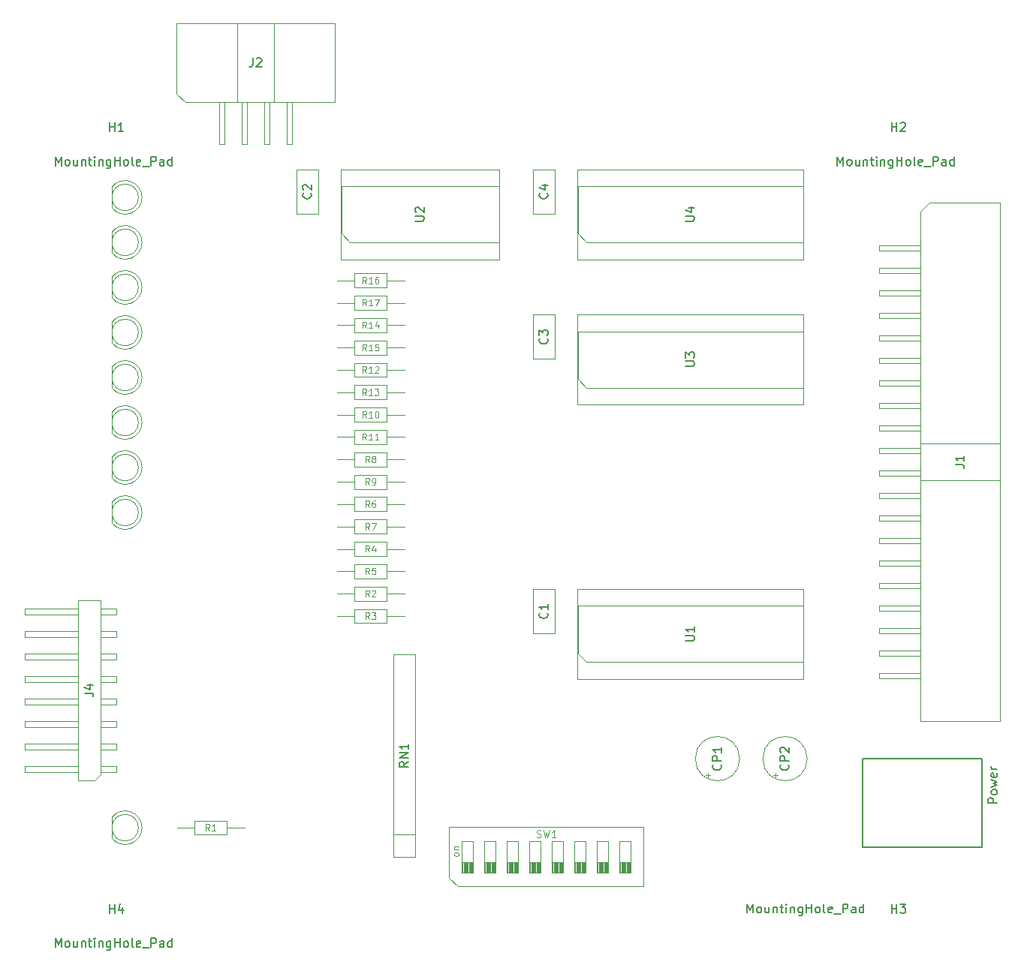
<source format=gbr>
%TF.GenerationSoftware,KiCad,Pcbnew,8.0.2*%
%TF.CreationDate,2024-06-30T15:56:36+02:00*%
%TF.ProjectId,simple_io_board,73696d70-6c65-45f6-996f-5f626f617264,rev?*%
%TF.SameCoordinates,Original*%
%TF.FileFunction,AssemblyDrawing,Top*%
%FSLAX46Y46*%
G04 Gerber Fmt 4.6, Leading zero omitted, Abs format (unit mm)*
G04 Created by KiCad (PCBNEW 8.0.2) date 2024-06-30 15:56:36*
%MOMM*%
%LPD*%
G01*
G04 APERTURE LIST*
%ADD10C,0.150000*%
%ADD11C,0.108000*%
%ADD12C,0.120000*%
%ADD13C,0.100000*%
%ADD14C,0.127000*%
G04 APERTURE END LIST*
D10*
X22353571Y-33229819D02*
X22353571Y-32229819D01*
X22353571Y-32229819D02*
X22686904Y-32944104D01*
X22686904Y-32944104D02*
X23020237Y-32229819D01*
X23020237Y-32229819D02*
X23020237Y-33229819D01*
X23639285Y-33229819D02*
X23544047Y-33182200D01*
X23544047Y-33182200D02*
X23496428Y-33134580D01*
X23496428Y-33134580D02*
X23448809Y-33039342D01*
X23448809Y-33039342D02*
X23448809Y-32753628D01*
X23448809Y-32753628D02*
X23496428Y-32658390D01*
X23496428Y-32658390D02*
X23544047Y-32610771D01*
X23544047Y-32610771D02*
X23639285Y-32563152D01*
X23639285Y-32563152D02*
X23782142Y-32563152D01*
X23782142Y-32563152D02*
X23877380Y-32610771D01*
X23877380Y-32610771D02*
X23924999Y-32658390D01*
X23924999Y-32658390D02*
X23972618Y-32753628D01*
X23972618Y-32753628D02*
X23972618Y-33039342D01*
X23972618Y-33039342D02*
X23924999Y-33134580D01*
X23924999Y-33134580D02*
X23877380Y-33182200D01*
X23877380Y-33182200D02*
X23782142Y-33229819D01*
X23782142Y-33229819D02*
X23639285Y-33229819D01*
X24829761Y-32563152D02*
X24829761Y-33229819D01*
X24401190Y-32563152D02*
X24401190Y-33086961D01*
X24401190Y-33086961D02*
X24448809Y-33182200D01*
X24448809Y-33182200D02*
X24544047Y-33229819D01*
X24544047Y-33229819D02*
X24686904Y-33229819D01*
X24686904Y-33229819D02*
X24782142Y-33182200D01*
X24782142Y-33182200D02*
X24829761Y-33134580D01*
X25305952Y-32563152D02*
X25305952Y-33229819D01*
X25305952Y-32658390D02*
X25353571Y-32610771D01*
X25353571Y-32610771D02*
X25448809Y-32563152D01*
X25448809Y-32563152D02*
X25591666Y-32563152D01*
X25591666Y-32563152D02*
X25686904Y-32610771D01*
X25686904Y-32610771D02*
X25734523Y-32706009D01*
X25734523Y-32706009D02*
X25734523Y-33229819D01*
X26067857Y-32563152D02*
X26448809Y-32563152D01*
X26210714Y-32229819D02*
X26210714Y-33086961D01*
X26210714Y-33086961D02*
X26258333Y-33182200D01*
X26258333Y-33182200D02*
X26353571Y-33229819D01*
X26353571Y-33229819D02*
X26448809Y-33229819D01*
X26782143Y-33229819D02*
X26782143Y-32563152D01*
X26782143Y-32229819D02*
X26734524Y-32277438D01*
X26734524Y-32277438D02*
X26782143Y-32325057D01*
X26782143Y-32325057D02*
X26829762Y-32277438D01*
X26829762Y-32277438D02*
X26782143Y-32229819D01*
X26782143Y-32229819D02*
X26782143Y-32325057D01*
X27258333Y-32563152D02*
X27258333Y-33229819D01*
X27258333Y-32658390D02*
X27305952Y-32610771D01*
X27305952Y-32610771D02*
X27401190Y-32563152D01*
X27401190Y-32563152D02*
X27544047Y-32563152D01*
X27544047Y-32563152D02*
X27639285Y-32610771D01*
X27639285Y-32610771D02*
X27686904Y-32706009D01*
X27686904Y-32706009D02*
X27686904Y-33229819D01*
X28591666Y-32563152D02*
X28591666Y-33372676D01*
X28591666Y-33372676D02*
X28544047Y-33467914D01*
X28544047Y-33467914D02*
X28496428Y-33515533D01*
X28496428Y-33515533D02*
X28401190Y-33563152D01*
X28401190Y-33563152D02*
X28258333Y-33563152D01*
X28258333Y-33563152D02*
X28163095Y-33515533D01*
X28591666Y-33182200D02*
X28496428Y-33229819D01*
X28496428Y-33229819D02*
X28305952Y-33229819D01*
X28305952Y-33229819D02*
X28210714Y-33182200D01*
X28210714Y-33182200D02*
X28163095Y-33134580D01*
X28163095Y-33134580D02*
X28115476Y-33039342D01*
X28115476Y-33039342D02*
X28115476Y-32753628D01*
X28115476Y-32753628D02*
X28163095Y-32658390D01*
X28163095Y-32658390D02*
X28210714Y-32610771D01*
X28210714Y-32610771D02*
X28305952Y-32563152D01*
X28305952Y-32563152D02*
X28496428Y-32563152D01*
X28496428Y-32563152D02*
X28591666Y-32610771D01*
X29067857Y-33229819D02*
X29067857Y-32229819D01*
X29067857Y-32706009D02*
X29639285Y-32706009D01*
X29639285Y-33229819D02*
X29639285Y-32229819D01*
X30258333Y-33229819D02*
X30163095Y-33182200D01*
X30163095Y-33182200D02*
X30115476Y-33134580D01*
X30115476Y-33134580D02*
X30067857Y-33039342D01*
X30067857Y-33039342D02*
X30067857Y-32753628D01*
X30067857Y-32753628D02*
X30115476Y-32658390D01*
X30115476Y-32658390D02*
X30163095Y-32610771D01*
X30163095Y-32610771D02*
X30258333Y-32563152D01*
X30258333Y-32563152D02*
X30401190Y-32563152D01*
X30401190Y-32563152D02*
X30496428Y-32610771D01*
X30496428Y-32610771D02*
X30544047Y-32658390D01*
X30544047Y-32658390D02*
X30591666Y-32753628D01*
X30591666Y-32753628D02*
X30591666Y-33039342D01*
X30591666Y-33039342D02*
X30544047Y-33134580D01*
X30544047Y-33134580D02*
X30496428Y-33182200D01*
X30496428Y-33182200D02*
X30401190Y-33229819D01*
X30401190Y-33229819D02*
X30258333Y-33229819D01*
X31163095Y-33229819D02*
X31067857Y-33182200D01*
X31067857Y-33182200D02*
X31020238Y-33086961D01*
X31020238Y-33086961D02*
X31020238Y-32229819D01*
X31925000Y-33182200D02*
X31829762Y-33229819D01*
X31829762Y-33229819D02*
X31639286Y-33229819D01*
X31639286Y-33229819D02*
X31544048Y-33182200D01*
X31544048Y-33182200D02*
X31496429Y-33086961D01*
X31496429Y-33086961D02*
X31496429Y-32706009D01*
X31496429Y-32706009D02*
X31544048Y-32610771D01*
X31544048Y-32610771D02*
X31639286Y-32563152D01*
X31639286Y-32563152D02*
X31829762Y-32563152D01*
X31829762Y-32563152D02*
X31925000Y-32610771D01*
X31925000Y-32610771D02*
X31972619Y-32706009D01*
X31972619Y-32706009D02*
X31972619Y-32801247D01*
X31972619Y-32801247D02*
X31496429Y-32896485D01*
X32163096Y-33325057D02*
X32925000Y-33325057D01*
X33163096Y-33229819D02*
X33163096Y-32229819D01*
X33163096Y-32229819D02*
X33544048Y-32229819D01*
X33544048Y-32229819D02*
X33639286Y-32277438D01*
X33639286Y-32277438D02*
X33686905Y-32325057D01*
X33686905Y-32325057D02*
X33734524Y-32420295D01*
X33734524Y-32420295D02*
X33734524Y-32563152D01*
X33734524Y-32563152D02*
X33686905Y-32658390D01*
X33686905Y-32658390D02*
X33639286Y-32706009D01*
X33639286Y-32706009D02*
X33544048Y-32753628D01*
X33544048Y-32753628D02*
X33163096Y-32753628D01*
X34591667Y-33229819D02*
X34591667Y-32706009D01*
X34591667Y-32706009D02*
X34544048Y-32610771D01*
X34544048Y-32610771D02*
X34448810Y-32563152D01*
X34448810Y-32563152D02*
X34258334Y-32563152D01*
X34258334Y-32563152D02*
X34163096Y-32610771D01*
X34591667Y-33182200D02*
X34496429Y-33229819D01*
X34496429Y-33229819D02*
X34258334Y-33229819D01*
X34258334Y-33229819D02*
X34163096Y-33182200D01*
X34163096Y-33182200D02*
X34115477Y-33086961D01*
X34115477Y-33086961D02*
X34115477Y-32991723D01*
X34115477Y-32991723D02*
X34163096Y-32896485D01*
X34163096Y-32896485D02*
X34258334Y-32848866D01*
X34258334Y-32848866D02*
X34496429Y-32848866D01*
X34496429Y-32848866D02*
X34591667Y-32801247D01*
X35496429Y-33229819D02*
X35496429Y-32229819D01*
X35496429Y-33182200D02*
X35401191Y-33229819D01*
X35401191Y-33229819D02*
X35210715Y-33229819D01*
X35210715Y-33229819D02*
X35115477Y-33182200D01*
X35115477Y-33182200D02*
X35067858Y-33134580D01*
X35067858Y-33134580D02*
X35020239Y-33039342D01*
X35020239Y-33039342D02*
X35020239Y-32753628D01*
X35020239Y-32753628D02*
X35067858Y-32658390D01*
X35067858Y-32658390D02*
X35115477Y-32610771D01*
X35115477Y-32610771D02*
X35210715Y-32563152D01*
X35210715Y-32563152D02*
X35401191Y-32563152D01*
X35401191Y-32563152D02*
X35496429Y-32610771D01*
X28463095Y-29379819D02*
X28463095Y-28379819D01*
X28463095Y-28856009D02*
X29034523Y-28856009D01*
X29034523Y-29379819D02*
X29034523Y-28379819D01*
X30034523Y-29379819D02*
X29463095Y-29379819D01*
X29748809Y-29379819D02*
X29748809Y-28379819D01*
X29748809Y-28379819D02*
X29653571Y-28522676D01*
X29653571Y-28522676D02*
X29558333Y-28617914D01*
X29558333Y-28617914D02*
X29463095Y-28665533D01*
X51159580Y-36341666D02*
X51207200Y-36389285D01*
X51207200Y-36389285D02*
X51254819Y-36532142D01*
X51254819Y-36532142D02*
X51254819Y-36627380D01*
X51254819Y-36627380D02*
X51207200Y-36770237D01*
X51207200Y-36770237D02*
X51111961Y-36865475D01*
X51111961Y-36865475D02*
X51016723Y-36913094D01*
X51016723Y-36913094D02*
X50826247Y-36960713D01*
X50826247Y-36960713D02*
X50683390Y-36960713D01*
X50683390Y-36960713D02*
X50492914Y-36913094D01*
X50492914Y-36913094D02*
X50397676Y-36865475D01*
X50397676Y-36865475D02*
X50302438Y-36770237D01*
X50302438Y-36770237D02*
X50254819Y-36627380D01*
X50254819Y-36627380D02*
X50254819Y-36532142D01*
X50254819Y-36532142D02*
X50302438Y-36389285D01*
X50302438Y-36389285D02*
X50350057Y-36341666D01*
X50350057Y-35960713D02*
X50302438Y-35913094D01*
X50302438Y-35913094D02*
X50254819Y-35817856D01*
X50254819Y-35817856D02*
X50254819Y-35579761D01*
X50254819Y-35579761D02*
X50302438Y-35484523D01*
X50302438Y-35484523D02*
X50350057Y-35436904D01*
X50350057Y-35436904D02*
X50445295Y-35389285D01*
X50445295Y-35389285D02*
X50540533Y-35389285D01*
X50540533Y-35389285D02*
X50683390Y-35436904D01*
X50683390Y-35436904D02*
X51254819Y-36008332D01*
X51254819Y-36008332D02*
X51254819Y-35389285D01*
X77829580Y-36341666D02*
X77877200Y-36389285D01*
X77877200Y-36389285D02*
X77924819Y-36532142D01*
X77924819Y-36532142D02*
X77924819Y-36627380D01*
X77924819Y-36627380D02*
X77877200Y-36770237D01*
X77877200Y-36770237D02*
X77781961Y-36865475D01*
X77781961Y-36865475D02*
X77686723Y-36913094D01*
X77686723Y-36913094D02*
X77496247Y-36960713D01*
X77496247Y-36960713D02*
X77353390Y-36960713D01*
X77353390Y-36960713D02*
X77162914Y-36913094D01*
X77162914Y-36913094D02*
X77067676Y-36865475D01*
X77067676Y-36865475D02*
X76972438Y-36770237D01*
X76972438Y-36770237D02*
X76924819Y-36627380D01*
X76924819Y-36627380D02*
X76924819Y-36532142D01*
X76924819Y-36532142D02*
X76972438Y-36389285D01*
X76972438Y-36389285D02*
X77020057Y-36341666D01*
X77258152Y-35484523D02*
X77924819Y-35484523D01*
X76877200Y-35722618D02*
X77591485Y-35960713D01*
X77591485Y-35960713D02*
X77591485Y-35341666D01*
D11*
X57449143Y-49051469D02*
X57209143Y-48708612D01*
X57037714Y-49051469D02*
X57037714Y-48331469D01*
X57037714Y-48331469D02*
X57312000Y-48331469D01*
X57312000Y-48331469D02*
X57380571Y-48365755D01*
X57380571Y-48365755D02*
X57414857Y-48400041D01*
X57414857Y-48400041D02*
X57449143Y-48468612D01*
X57449143Y-48468612D02*
X57449143Y-48571469D01*
X57449143Y-48571469D02*
X57414857Y-48640041D01*
X57414857Y-48640041D02*
X57380571Y-48674326D01*
X57380571Y-48674326D02*
X57312000Y-48708612D01*
X57312000Y-48708612D02*
X57037714Y-48708612D01*
X58134857Y-49051469D02*
X57723428Y-49051469D01*
X57929143Y-49051469D02*
X57929143Y-48331469D01*
X57929143Y-48331469D02*
X57860571Y-48434326D01*
X57860571Y-48434326D02*
X57792000Y-48502898D01*
X57792000Y-48502898D02*
X57723428Y-48537184D01*
X58374857Y-48331469D02*
X58854857Y-48331469D01*
X58854857Y-48331469D02*
X58546285Y-49051469D01*
D10*
X97387580Y-100822666D02*
X97435200Y-100870285D01*
X97435200Y-100870285D02*
X97482819Y-101013142D01*
X97482819Y-101013142D02*
X97482819Y-101108380D01*
X97482819Y-101108380D02*
X97435200Y-101251237D01*
X97435200Y-101251237D02*
X97339961Y-101346475D01*
X97339961Y-101346475D02*
X97244723Y-101394094D01*
X97244723Y-101394094D02*
X97054247Y-101441713D01*
X97054247Y-101441713D02*
X96911390Y-101441713D01*
X96911390Y-101441713D02*
X96720914Y-101394094D01*
X96720914Y-101394094D02*
X96625676Y-101346475D01*
X96625676Y-101346475D02*
X96530438Y-101251237D01*
X96530438Y-101251237D02*
X96482819Y-101108380D01*
X96482819Y-101108380D02*
X96482819Y-101013142D01*
X96482819Y-101013142D02*
X96530438Y-100870285D01*
X96530438Y-100870285D02*
X96578057Y-100822666D01*
X97482819Y-100394094D02*
X96482819Y-100394094D01*
X96482819Y-100394094D02*
X96482819Y-100013142D01*
X96482819Y-100013142D02*
X96530438Y-99917904D01*
X96530438Y-99917904D02*
X96578057Y-99870285D01*
X96578057Y-99870285D02*
X96673295Y-99822666D01*
X96673295Y-99822666D02*
X96816152Y-99822666D01*
X96816152Y-99822666D02*
X96911390Y-99870285D01*
X96911390Y-99870285D02*
X96959009Y-99917904D01*
X96959009Y-99917904D02*
X97006628Y-100013142D01*
X97006628Y-100013142D02*
X97006628Y-100394094D01*
X97482819Y-98870285D02*
X97482819Y-99441713D01*
X97482819Y-99155999D02*
X96482819Y-99155999D01*
X96482819Y-99155999D02*
X96625676Y-99251237D01*
X96625676Y-99251237D02*
X96720914Y-99346475D01*
X96720914Y-99346475D02*
X96768533Y-99441713D01*
D11*
X57449143Y-51576469D02*
X57209143Y-51233612D01*
X57037714Y-51576469D02*
X57037714Y-50856469D01*
X57037714Y-50856469D02*
X57312000Y-50856469D01*
X57312000Y-50856469D02*
X57380571Y-50890755D01*
X57380571Y-50890755D02*
X57414857Y-50925041D01*
X57414857Y-50925041D02*
X57449143Y-50993612D01*
X57449143Y-50993612D02*
X57449143Y-51096469D01*
X57449143Y-51096469D02*
X57414857Y-51165041D01*
X57414857Y-51165041D02*
X57380571Y-51199326D01*
X57380571Y-51199326D02*
X57312000Y-51233612D01*
X57312000Y-51233612D02*
X57037714Y-51233612D01*
X58134857Y-51576469D02*
X57723428Y-51576469D01*
X57929143Y-51576469D02*
X57929143Y-50856469D01*
X57929143Y-50856469D02*
X57860571Y-50959326D01*
X57860571Y-50959326D02*
X57792000Y-51027898D01*
X57792000Y-51027898D02*
X57723428Y-51062184D01*
X58752000Y-51096469D02*
X58752000Y-51576469D01*
X58580571Y-50822184D02*
X58409142Y-51336469D01*
X58409142Y-51336469D02*
X58854857Y-51336469D01*
X57449143Y-54101469D02*
X57209143Y-53758612D01*
X57037714Y-54101469D02*
X57037714Y-53381469D01*
X57037714Y-53381469D02*
X57312000Y-53381469D01*
X57312000Y-53381469D02*
X57380571Y-53415755D01*
X57380571Y-53415755D02*
X57414857Y-53450041D01*
X57414857Y-53450041D02*
X57449143Y-53518612D01*
X57449143Y-53518612D02*
X57449143Y-53621469D01*
X57449143Y-53621469D02*
X57414857Y-53690041D01*
X57414857Y-53690041D02*
X57380571Y-53724326D01*
X57380571Y-53724326D02*
X57312000Y-53758612D01*
X57312000Y-53758612D02*
X57037714Y-53758612D01*
X58134857Y-54101469D02*
X57723428Y-54101469D01*
X57929143Y-54101469D02*
X57929143Y-53381469D01*
X57929143Y-53381469D02*
X57860571Y-53484326D01*
X57860571Y-53484326D02*
X57792000Y-53552898D01*
X57792000Y-53552898D02*
X57723428Y-53587184D01*
X58786285Y-53381469D02*
X58443428Y-53381469D01*
X58443428Y-53381469D02*
X58409142Y-53724326D01*
X58409142Y-53724326D02*
X58443428Y-53690041D01*
X58443428Y-53690041D02*
X58512000Y-53655755D01*
X58512000Y-53655755D02*
X58683428Y-53655755D01*
X58683428Y-53655755D02*
X58752000Y-53690041D01*
X58752000Y-53690041D02*
X58786285Y-53724326D01*
X58786285Y-53724326D02*
X58820571Y-53792898D01*
X58820571Y-53792898D02*
X58820571Y-53964326D01*
X58820571Y-53964326D02*
X58786285Y-54032898D01*
X58786285Y-54032898D02*
X58752000Y-54067184D01*
X58752000Y-54067184D02*
X58683428Y-54101469D01*
X58683428Y-54101469D02*
X58512000Y-54101469D01*
X58512000Y-54101469D02*
X58443428Y-54067184D01*
X58443428Y-54067184D02*
X58409142Y-54032898D01*
X39758000Y-108277469D02*
X39518000Y-107934612D01*
X39346571Y-108277469D02*
X39346571Y-107557469D01*
X39346571Y-107557469D02*
X39620857Y-107557469D01*
X39620857Y-107557469D02*
X39689428Y-107591755D01*
X39689428Y-107591755D02*
X39723714Y-107626041D01*
X39723714Y-107626041D02*
X39758000Y-107694612D01*
X39758000Y-107694612D02*
X39758000Y-107797469D01*
X39758000Y-107797469D02*
X39723714Y-107866041D01*
X39723714Y-107866041D02*
X39689428Y-107900326D01*
X39689428Y-107900326D02*
X39620857Y-107934612D01*
X39620857Y-107934612D02*
X39346571Y-107934612D01*
X40443714Y-108277469D02*
X40032285Y-108277469D01*
X40238000Y-108277469D02*
X40238000Y-107557469D01*
X40238000Y-107557469D02*
X40169428Y-107660326D01*
X40169428Y-107660326D02*
X40100857Y-107728898D01*
X40100857Y-107728898D02*
X40032285Y-107763184D01*
D10*
X25640819Y-92774333D02*
X26355104Y-92774333D01*
X26355104Y-92774333D02*
X26497961Y-92821952D01*
X26497961Y-92821952D02*
X26593200Y-92917190D01*
X26593200Y-92917190D02*
X26640819Y-93060047D01*
X26640819Y-93060047D02*
X26640819Y-93155285D01*
X25974152Y-91869571D02*
X26640819Y-91869571D01*
X25593200Y-92107666D02*
X26307485Y-92345761D01*
X26307485Y-92345761D02*
X26307485Y-91726714D01*
D11*
X57449143Y-64201469D02*
X57209143Y-63858612D01*
X57037714Y-64201469D02*
X57037714Y-63481469D01*
X57037714Y-63481469D02*
X57312000Y-63481469D01*
X57312000Y-63481469D02*
X57380571Y-63515755D01*
X57380571Y-63515755D02*
X57414857Y-63550041D01*
X57414857Y-63550041D02*
X57449143Y-63618612D01*
X57449143Y-63618612D02*
X57449143Y-63721469D01*
X57449143Y-63721469D02*
X57414857Y-63790041D01*
X57414857Y-63790041D02*
X57380571Y-63824326D01*
X57380571Y-63824326D02*
X57312000Y-63858612D01*
X57312000Y-63858612D02*
X57037714Y-63858612D01*
X58134857Y-64201469D02*
X57723428Y-64201469D01*
X57929143Y-64201469D02*
X57929143Y-63481469D01*
X57929143Y-63481469D02*
X57860571Y-63584326D01*
X57860571Y-63584326D02*
X57792000Y-63652898D01*
X57792000Y-63652898D02*
X57723428Y-63687184D01*
X58820571Y-64201469D02*
X58409142Y-64201469D01*
X58614857Y-64201469D02*
X58614857Y-63481469D01*
X58614857Y-63481469D02*
X58546285Y-63584326D01*
X58546285Y-63584326D02*
X58477714Y-63652898D01*
X58477714Y-63652898D02*
X58409142Y-63687184D01*
D12*
X67855355Y-110986048D02*
X67817260Y-111062238D01*
X67817260Y-111062238D02*
X67779164Y-111100333D01*
X67779164Y-111100333D02*
X67702974Y-111138429D01*
X67702974Y-111138429D02*
X67474402Y-111138429D01*
X67474402Y-111138429D02*
X67398212Y-111100333D01*
X67398212Y-111100333D02*
X67360117Y-111062238D01*
X67360117Y-111062238D02*
X67322021Y-110986048D01*
X67322021Y-110986048D02*
X67322021Y-110871762D01*
X67322021Y-110871762D02*
X67360117Y-110795571D01*
X67360117Y-110795571D02*
X67398212Y-110757476D01*
X67398212Y-110757476D02*
X67474402Y-110719381D01*
X67474402Y-110719381D02*
X67702974Y-110719381D01*
X67702974Y-110719381D02*
X67779164Y-110757476D01*
X67779164Y-110757476D02*
X67817260Y-110795571D01*
X67817260Y-110795571D02*
X67855355Y-110871762D01*
X67855355Y-110871762D02*
X67855355Y-110986048D01*
X67322021Y-110376523D02*
X67855355Y-110376523D01*
X67398212Y-110376523D02*
X67360117Y-110338428D01*
X67360117Y-110338428D02*
X67322021Y-110262238D01*
X67322021Y-110262238D02*
X67322021Y-110147952D01*
X67322021Y-110147952D02*
X67360117Y-110071761D01*
X67360117Y-110071761D02*
X67436307Y-110033666D01*
X67436307Y-110033666D02*
X67855355Y-110033666D01*
X76657332Y-108987760D02*
X76771618Y-109025855D01*
X76771618Y-109025855D02*
X76962094Y-109025855D01*
X76962094Y-109025855D02*
X77038285Y-108987760D01*
X77038285Y-108987760D02*
X77076380Y-108949664D01*
X77076380Y-108949664D02*
X77114475Y-108873474D01*
X77114475Y-108873474D02*
X77114475Y-108797283D01*
X77114475Y-108797283D02*
X77076380Y-108721093D01*
X77076380Y-108721093D02*
X77038285Y-108682998D01*
X77038285Y-108682998D02*
X76962094Y-108644902D01*
X76962094Y-108644902D02*
X76809713Y-108606807D01*
X76809713Y-108606807D02*
X76733523Y-108568712D01*
X76733523Y-108568712D02*
X76695428Y-108530617D01*
X76695428Y-108530617D02*
X76657332Y-108454426D01*
X76657332Y-108454426D02*
X76657332Y-108378236D01*
X76657332Y-108378236D02*
X76695428Y-108302045D01*
X76695428Y-108302045D02*
X76733523Y-108263950D01*
X76733523Y-108263950D02*
X76809713Y-108225855D01*
X76809713Y-108225855D02*
X77000190Y-108225855D01*
X77000190Y-108225855D02*
X77114475Y-108263950D01*
X77381142Y-108225855D02*
X77571618Y-109025855D01*
X77571618Y-109025855D02*
X77723999Y-108454426D01*
X77723999Y-108454426D02*
X77876380Y-109025855D01*
X77876380Y-109025855D02*
X78066857Y-108225855D01*
X78790666Y-109025855D02*
X78333523Y-109025855D01*
X78562095Y-109025855D02*
X78562095Y-108225855D01*
X78562095Y-108225855D02*
X78485904Y-108340140D01*
X78485904Y-108340140D02*
X78409714Y-108416331D01*
X78409714Y-108416331D02*
X78333523Y-108454426D01*
D11*
X57449143Y-61676469D02*
X57209143Y-61333612D01*
X57037714Y-61676469D02*
X57037714Y-60956469D01*
X57037714Y-60956469D02*
X57312000Y-60956469D01*
X57312000Y-60956469D02*
X57380571Y-60990755D01*
X57380571Y-60990755D02*
X57414857Y-61025041D01*
X57414857Y-61025041D02*
X57449143Y-61093612D01*
X57449143Y-61093612D02*
X57449143Y-61196469D01*
X57449143Y-61196469D02*
X57414857Y-61265041D01*
X57414857Y-61265041D02*
X57380571Y-61299326D01*
X57380571Y-61299326D02*
X57312000Y-61333612D01*
X57312000Y-61333612D02*
X57037714Y-61333612D01*
X58134857Y-61676469D02*
X57723428Y-61676469D01*
X57929143Y-61676469D02*
X57929143Y-60956469D01*
X57929143Y-60956469D02*
X57860571Y-61059326D01*
X57860571Y-61059326D02*
X57792000Y-61127898D01*
X57792000Y-61127898D02*
X57723428Y-61162184D01*
X58580571Y-60956469D02*
X58649142Y-60956469D01*
X58649142Y-60956469D02*
X58717714Y-60990755D01*
X58717714Y-60990755D02*
X58752000Y-61025041D01*
X58752000Y-61025041D02*
X58786285Y-61093612D01*
X58786285Y-61093612D02*
X58820571Y-61230755D01*
X58820571Y-61230755D02*
X58820571Y-61402184D01*
X58820571Y-61402184D02*
X58786285Y-61539326D01*
X58786285Y-61539326D02*
X58752000Y-61607898D01*
X58752000Y-61607898D02*
X58717714Y-61642184D01*
X58717714Y-61642184D02*
X58649142Y-61676469D01*
X58649142Y-61676469D02*
X58580571Y-61676469D01*
X58580571Y-61676469D02*
X58512000Y-61642184D01*
X58512000Y-61642184D02*
X58477714Y-61607898D01*
X58477714Y-61607898D02*
X58443428Y-61539326D01*
X58443428Y-61539326D02*
X58409142Y-61402184D01*
X58409142Y-61402184D02*
X58409142Y-61230755D01*
X58409142Y-61230755D02*
X58443428Y-61093612D01*
X58443428Y-61093612D02*
X58477714Y-61025041D01*
X58477714Y-61025041D02*
X58512000Y-60990755D01*
X58512000Y-60990755D02*
X58580571Y-60956469D01*
D10*
X110553571Y-33229819D02*
X110553571Y-32229819D01*
X110553571Y-32229819D02*
X110886904Y-32944104D01*
X110886904Y-32944104D02*
X111220237Y-32229819D01*
X111220237Y-32229819D02*
X111220237Y-33229819D01*
X111839285Y-33229819D02*
X111744047Y-33182200D01*
X111744047Y-33182200D02*
X111696428Y-33134580D01*
X111696428Y-33134580D02*
X111648809Y-33039342D01*
X111648809Y-33039342D02*
X111648809Y-32753628D01*
X111648809Y-32753628D02*
X111696428Y-32658390D01*
X111696428Y-32658390D02*
X111744047Y-32610771D01*
X111744047Y-32610771D02*
X111839285Y-32563152D01*
X111839285Y-32563152D02*
X111982142Y-32563152D01*
X111982142Y-32563152D02*
X112077380Y-32610771D01*
X112077380Y-32610771D02*
X112124999Y-32658390D01*
X112124999Y-32658390D02*
X112172618Y-32753628D01*
X112172618Y-32753628D02*
X112172618Y-33039342D01*
X112172618Y-33039342D02*
X112124999Y-33134580D01*
X112124999Y-33134580D02*
X112077380Y-33182200D01*
X112077380Y-33182200D02*
X111982142Y-33229819D01*
X111982142Y-33229819D02*
X111839285Y-33229819D01*
X113029761Y-32563152D02*
X113029761Y-33229819D01*
X112601190Y-32563152D02*
X112601190Y-33086961D01*
X112601190Y-33086961D02*
X112648809Y-33182200D01*
X112648809Y-33182200D02*
X112744047Y-33229819D01*
X112744047Y-33229819D02*
X112886904Y-33229819D01*
X112886904Y-33229819D02*
X112982142Y-33182200D01*
X112982142Y-33182200D02*
X113029761Y-33134580D01*
X113505952Y-32563152D02*
X113505952Y-33229819D01*
X113505952Y-32658390D02*
X113553571Y-32610771D01*
X113553571Y-32610771D02*
X113648809Y-32563152D01*
X113648809Y-32563152D02*
X113791666Y-32563152D01*
X113791666Y-32563152D02*
X113886904Y-32610771D01*
X113886904Y-32610771D02*
X113934523Y-32706009D01*
X113934523Y-32706009D02*
X113934523Y-33229819D01*
X114267857Y-32563152D02*
X114648809Y-32563152D01*
X114410714Y-32229819D02*
X114410714Y-33086961D01*
X114410714Y-33086961D02*
X114458333Y-33182200D01*
X114458333Y-33182200D02*
X114553571Y-33229819D01*
X114553571Y-33229819D02*
X114648809Y-33229819D01*
X114982143Y-33229819D02*
X114982143Y-32563152D01*
X114982143Y-32229819D02*
X114934524Y-32277438D01*
X114934524Y-32277438D02*
X114982143Y-32325057D01*
X114982143Y-32325057D02*
X115029762Y-32277438D01*
X115029762Y-32277438D02*
X114982143Y-32229819D01*
X114982143Y-32229819D02*
X114982143Y-32325057D01*
X115458333Y-32563152D02*
X115458333Y-33229819D01*
X115458333Y-32658390D02*
X115505952Y-32610771D01*
X115505952Y-32610771D02*
X115601190Y-32563152D01*
X115601190Y-32563152D02*
X115744047Y-32563152D01*
X115744047Y-32563152D02*
X115839285Y-32610771D01*
X115839285Y-32610771D02*
X115886904Y-32706009D01*
X115886904Y-32706009D02*
X115886904Y-33229819D01*
X116791666Y-32563152D02*
X116791666Y-33372676D01*
X116791666Y-33372676D02*
X116744047Y-33467914D01*
X116744047Y-33467914D02*
X116696428Y-33515533D01*
X116696428Y-33515533D02*
X116601190Y-33563152D01*
X116601190Y-33563152D02*
X116458333Y-33563152D01*
X116458333Y-33563152D02*
X116363095Y-33515533D01*
X116791666Y-33182200D02*
X116696428Y-33229819D01*
X116696428Y-33229819D02*
X116505952Y-33229819D01*
X116505952Y-33229819D02*
X116410714Y-33182200D01*
X116410714Y-33182200D02*
X116363095Y-33134580D01*
X116363095Y-33134580D02*
X116315476Y-33039342D01*
X116315476Y-33039342D02*
X116315476Y-32753628D01*
X116315476Y-32753628D02*
X116363095Y-32658390D01*
X116363095Y-32658390D02*
X116410714Y-32610771D01*
X116410714Y-32610771D02*
X116505952Y-32563152D01*
X116505952Y-32563152D02*
X116696428Y-32563152D01*
X116696428Y-32563152D02*
X116791666Y-32610771D01*
X117267857Y-33229819D02*
X117267857Y-32229819D01*
X117267857Y-32706009D02*
X117839285Y-32706009D01*
X117839285Y-33229819D02*
X117839285Y-32229819D01*
X118458333Y-33229819D02*
X118363095Y-33182200D01*
X118363095Y-33182200D02*
X118315476Y-33134580D01*
X118315476Y-33134580D02*
X118267857Y-33039342D01*
X118267857Y-33039342D02*
X118267857Y-32753628D01*
X118267857Y-32753628D02*
X118315476Y-32658390D01*
X118315476Y-32658390D02*
X118363095Y-32610771D01*
X118363095Y-32610771D02*
X118458333Y-32563152D01*
X118458333Y-32563152D02*
X118601190Y-32563152D01*
X118601190Y-32563152D02*
X118696428Y-32610771D01*
X118696428Y-32610771D02*
X118744047Y-32658390D01*
X118744047Y-32658390D02*
X118791666Y-32753628D01*
X118791666Y-32753628D02*
X118791666Y-33039342D01*
X118791666Y-33039342D02*
X118744047Y-33134580D01*
X118744047Y-33134580D02*
X118696428Y-33182200D01*
X118696428Y-33182200D02*
X118601190Y-33229819D01*
X118601190Y-33229819D02*
X118458333Y-33229819D01*
X119363095Y-33229819D02*
X119267857Y-33182200D01*
X119267857Y-33182200D02*
X119220238Y-33086961D01*
X119220238Y-33086961D02*
X119220238Y-32229819D01*
X120125000Y-33182200D02*
X120029762Y-33229819D01*
X120029762Y-33229819D02*
X119839286Y-33229819D01*
X119839286Y-33229819D02*
X119744048Y-33182200D01*
X119744048Y-33182200D02*
X119696429Y-33086961D01*
X119696429Y-33086961D02*
X119696429Y-32706009D01*
X119696429Y-32706009D02*
X119744048Y-32610771D01*
X119744048Y-32610771D02*
X119839286Y-32563152D01*
X119839286Y-32563152D02*
X120029762Y-32563152D01*
X120029762Y-32563152D02*
X120125000Y-32610771D01*
X120125000Y-32610771D02*
X120172619Y-32706009D01*
X120172619Y-32706009D02*
X120172619Y-32801247D01*
X120172619Y-32801247D02*
X119696429Y-32896485D01*
X120363096Y-33325057D02*
X121125000Y-33325057D01*
X121363096Y-33229819D02*
X121363096Y-32229819D01*
X121363096Y-32229819D02*
X121744048Y-32229819D01*
X121744048Y-32229819D02*
X121839286Y-32277438D01*
X121839286Y-32277438D02*
X121886905Y-32325057D01*
X121886905Y-32325057D02*
X121934524Y-32420295D01*
X121934524Y-32420295D02*
X121934524Y-32563152D01*
X121934524Y-32563152D02*
X121886905Y-32658390D01*
X121886905Y-32658390D02*
X121839286Y-32706009D01*
X121839286Y-32706009D02*
X121744048Y-32753628D01*
X121744048Y-32753628D02*
X121363096Y-32753628D01*
X122791667Y-33229819D02*
X122791667Y-32706009D01*
X122791667Y-32706009D02*
X122744048Y-32610771D01*
X122744048Y-32610771D02*
X122648810Y-32563152D01*
X122648810Y-32563152D02*
X122458334Y-32563152D01*
X122458334Y-32563152D02*
X122363096Y-32610771D01*
X122791667Y-33182200D02*
X122696429Y-33229819D01*
X122696429Y-33229819D02*
X122458334Y-33229819D01*
X122458334Y-33229819D02*
X122363096Y-33182200D01*
X122363096Y-33182200D02*
X122315477Y-33086961D01*
X122315477Y-33086961D02*
X122315477Y-32991723D01*
X122315477Y-32991723D02*
X122363096Y-32896485D01*
X122363096Y-32896485D02*
X122458334Y-32848866D01*
X122458334Y-32848866D02*
X122696429Y-32848866D01*
X122696429Y-32848866D02*
X122791667Y-32801247D01*
X123696429Y-33229819D02*
X123696429Y-32229819D01*
X123696429Y-33182200D02*
X123601191Y-33229819D01*
X123601191Y-33229819D02*
X123410715Y-33229819D01*
X123410715Y-33229819D02*
X123315477Y-33182200D01*
X123315477Y-33182200D02*
X123267858Y-33134580D01*
X123267858Y-33134580D02*
X123220239Y-33039342D01*
X123220239Y-33039342D02*
X123220239Y-32753628D01*
X123220239Y-32753628D02*
X123267858Y-32658390D01*
X123267858Y-32658390D02*
X123315477Y-32610771D01*
X123315477Y-32610771D02*
X123410715Y-32563152D01*
X123410715Y-32563152D02*
X123601191Y-32563152D01*
X123601191Y-32563152D02*
X123696429Y-32610771D01*
X116663095Y-29379819D02*
X116663095Y-28379819D01*
X116663095Y-28856009D02*
X117234523Y-28856009D01*
X117234523Y-29379819D02*
X117234523Y-28379819D01*
X117663095Y-28475057D02*
X117710714Y-28427438D01*
X117710714Y-28427438D02*
X117805952Y-28379819D01*
X117805952Y-28379819D02*
X118044047Y-28379819D01*
X118044047Y-28379819D02*
X118139285Y-28427438D01*
X118139285Y-28427438D02*
X118186904Y-28475057D01*
X118186904Y-28475057D02*
X118234523Y-28570295D01*
X118234523Y-28570295D02*
X118234523Y-28665533D01*
X118234523Y-28665533D02*
X118186904Y-28808390D01*
X118186904Y-28808390D02*
X117615476Y-29379819D01*
X117615476Y-29379819D02*
X118234523Y-29379819D01*
X123854819Y-67008333D02*
X124569104Y-67008333D01*
X124569104Y-67008333D02*
X124711961Y-67055952D01*
X124711961Y-67055952D02*
X124807200Y-67151190D01*
X124807200Y-67151190D02*
X124854819Y-67294047D01*
X124854819Y-67294047D02*
X124854819Y-67389285D01*
X124854819Y-66008333D02*
X124854819Y-66579761D01*
X124854819Y-66294047D02*
X123854819Y-66294047D01*
X123854819Y-66294047D02*
X123997676Y-66389285D01*
X123997676Y-66389285D02*
X124092914Y-66484523D01*
X124092914Y-66484523D02*
X124140533Y-66579761D01*
D11*
X57449143Y-59151469D02*
X57209143Y-58808612D01*
X57037714Y-59151469D02*
X57037714Y-58431469D01*
X57037714Y-58431469D02*
X57312000Y-58431469D01*
X57312000Y-58431469D02*
X57380571Y-58465755D01*
X57380571Y-58465755D02*
X57414857Y-58500041D01*
X57414857Y-58500041D02*
X57449143Y-58568612D01*
X57449143Y-58568612D02*
X57449143Y-58671469D01*
X57449143Y-58671469D02*
X57414857Y-58740041D01*
X57414857Y-58740041D02*
X57380571Y-58774326D01*
X57380571Y-58774326D02*
X57312000Y-58808612D01*
X57312000Y-58808612D02*
X57037714Y-58808612D01*
X58134857Y-59151469D02*
X57723428Y-59151469D01*
X57929143Y-59151469D02*
X57929143Y-58431469D01*
X57929143Y-58431469D02*
X57860571Y-58534326D01*
X57860571Y-58534326D02*
X57792000Y-58602898D01*
X57792000Y-58602898D02*
X57723428Y-58637184D01*
X58374857Y-58431469D02*
X58820571Y-58431469D01*
X58820571Y-58431469D02*
X58580571Y-58705755D01*
X58580571Y-58705755D02*
X58683428Y-58705755D01*
X58683428Y-58705755D02*
X58752000Y-58740041D01*
X58752000Y-58740041D02*
X58786285Y-58774326D01*
X58786285Y-58774326D02*
X58820571Y-58842898D01*
X58820571Y-58842898D02*
X58820571Y-59014326D01*
X58820571Y-59014326D02*
X58786285Y-59082898D01*
X58786285Y-59082898D02*
X58752000Y-59117184D01*
X58752000Y-59117184D02*
X58683428Y-59151469D01*
X58683428Y-59151469D02*
X58477714Y-59151469D01*
X58477714Y-59151469D02*
X58409142Y-59117184D01*
X58409142Y-59117184D02*
X58374857Y-59082898D01*
X57792000Y-74301469D02*
X57552000Y-73958612D01*
X57380571Y-74301469D02*
X57380571Y-73581469D01*
X57380571Y-73581469D02*
X57654857Y-73581469D01*
X57654857Y-73581469D02*
X57723428Y-73615755D01*
X57723428Y-73615755D02*
X57757714Y-73650041D01*
X57757714Y-73650041D02*
X57792000Y-73718612D01*
X57792000Y-73718612D02*
X57792000Y-73821469D01*
X57792000Y-73821469D02*
X57757714Y-73890041D01*
X57757714Y-73890041D02*
X57723428Y-73924326D01*
X57723428Y-73924326D02*
X57654857Y-73958612D01*
X57654857Y-73958612D02*
X57380571Y-73958612D01*
X58032000Y-73581469D02*
X58512000Y-73581469D01*
X58512000Y-73581469D02*
X58203428Y-74301469D01*
X57792000Y-81876469D02*
X57552000Y-81533612D01*
X57380571Y-81876469D02*
X57380571Y-81156469D01*
X57380571Y-81156469D02*
X57654857Y-81156469D01*
X57654857Y-81156469D02*
X57723428Y-81190755D01*
X57723428Y-81190755D02*
X57757714Y-81225041D01*
X57757714Y-81225041D02*
X57792000Y-81293612D01*
X57792000Y-81293612D02*
X57792000Y-81396469D01*
X57792000Y-81396469D02*
X57757714Y-81465041D01*
X57757714Y-81465041D02*
X57723428Y-81499326D01*
X57723428Y-81499326D02*
X57654857Y-81533612D01*
X57654857Y-81533612D02*
X57380571Y-81533612D01*
X58066285Y-81225041D02*
X58100571Y-81190755D01*
X58100571Y-81190755D02*
X58169143Y-81156469D01*
X58169143Y-81156469D02*
X58340571Y-81156469D01*
X58340571Y-81156469D02*
X58409143Y-81190755D01*
X58409143Y-81190755D02*
X58443428Y-81225041D01*
X58443428Y-81225041D02*
X58477714Y-81293612D01*
X58477714Y-81293612D02*
X58477714Y-81362184D01*
X58477714Y-81362184D02*
X58443428Y-81465041D01*
X58443428Y-81465041D02*
X58032000Y-81876469D01*
X58032000Y-81876469D02*
X58477714Y-81876469D01*
X57792000Y-76826469D02*
X57552000Y-76483612D01*
X57380571Y-76826469D02*
X57380571Y-76106469D01*
X57380571Y-76106469D02*
X57654857Y-76106469D01*
X57654857Y-76106469D02*
X57723428Y-76140755D01*
X57723428Y-76140755D02*
X57757714Y-76175041D01*
X57757714Y-76175041D02*
X57792000Y-76243612D01*
X57792000Y-76243612D02*
X57792000Y-76346469D01*
X57792000Y-76346469D02*
X57757714Y-76415041D01*
X57757714Y-76415041D02*
X57723428Y-76449326D01*
X57723428Y-76449326D02*
X57654857Y-76483612D01*
X57654857Y-76483612D02*
X57380571Y-76483612D01*
X58409143Y-76346469D02*
X58409143Y-76826469D01*
X58237714Y-76072184D02*
X58066285Y-76586469D01*
X58066285Y-76586469D02*
X58512000Y-76586469D01*
X57792000Y-71776469D02*
X57552000Y-71433612D01*
X57380571Y-71776469D02*
X57380571Y-71056469D01*
X57380571Y-71056469D02*
X57654857Y-71056469D01*
X57654857Y-71056469D02*
X57723428Y-71090755D01*
X57723428Y-71090755D02*
X57757714Y-71125041D01*
X57757714Y-71125041D02*
X57792000Y-71193612D01*
X57792000Y-71193612D02*
X57792000Y-71296469D01*
X57792000Y-71296469D02*
X57757714Y-71365041D01*
X57757714Y-71365041D02*
X57723428Y-71399326D01*
X57723428Y-71399326D02*
X57654857Y-71433612D01*
X57654857Y-71433612D02*
X57380571Y-71433612D01*
X58409143Y-71056469D02*
X58272000Y-71056469D01*
X58272000Y-71056469D02*
X58203428Y-71090755D01*
X58203428Y-71090755D02*
X58169143Y-71125041D01*
X58169143Y-71125041D02*
X58100571Y-71227898D01*
X58100571Y-71227898D02*
X58066285Y-71365041D01*
X58066285Y-71365041D02*
X58066285Y-71639326D01*
X58066285Y-71639326D02*
X58100571Y-71707898D01*
X58100571Y-71707898D02*
X58134857Y-71742184D01*
X58134857Y-71742184D02*
X58203428Y-71776469D01*
X58203428Y-71776469D02*
X58340571Y-71776469D01*
X58340571Y-71776469D02*
X58409143Y-71742184D01*
X58409143Y-71742184D02*
X58443428Y-71707898D01*
X58443428Y-71707898D02*
X58477714Y-71639326D01*
X58477714Y-71639326D02*
X58477714Y-71467898D01*
X58477714Y-71467898D02*
X58443428Y-71399326D01*
X58443428Y-71399326D02*
X58409143Y-71365041D01*
X58409143Y-71365041D02*
X58340571Y-71330755D01*
X58340571Y-71330755D02*
X58203428Y-71330755D01*
X58203428Y-71330755D02*
X58134857Y-71365041D01*
X58134857Y-71365041D02*
X58100571Y-71399326D01*
X58100571Y-71399326D02*
X58066285Y-71467898D01*
D10*
X93434819Y-39496904D02*
X94244342Y-39496904D01*
X94244342Y-39496904D02*
X94339580Y-39449285D01*
X94339580Y-39449285D02*
X94387200Y-39401666D01*
X94387200Y-39401666D02*
X94434819Y-39306428D01*
X94434819Y-39306428D02*
X94434819Y-39115952D01*
X94434819Y-39115952D02*
X94387200Y-39020714D01*
X94387200Y-39020714D02*
X94339580Y-38973095D01*
X94339580Y-38973095D02*
X94244342Y-38925476D01*
X94244342Y-38925476D02*
X93434819Y-38925476D01*
X93768152Y-38020714D02*
X94434819Y-38020714D01*
X93387200Y-38258809D02*
X94101485Y-38496904D01*
X94101485Y-38496904D02*
X94101485Y-37877857D01*
X128567543Y-105147193D02*
X127564260Y-105147193D01*
X127564260Y-105147193D02*
X127564260Y-104764990D01*
X127564260Y-104764990D02*
X127612035Y-104669439D01*
X127612035Y-104669439D02*
X127659811Y-104621663D01*
X127659811Y-104621663D02*
X127755361Y-104573888D01*
X127755361Y-104573888D02*
X127898688Y-104573888D01*
X127898688Y-104573888D02*
X127994238Y-104621663D01*
X127994238Y-104621663D02*
X128042014Y-104669439D01*
X128042014Y-104669439D02*
X128089789Y-104764990D01*
X128089789Y-104764990D02*
X128089789Y-105147193D01*
X128567543Y-104000583D02*
X128519768Y-104096134D01*
X128519768Y-104096134D02*
X128471992Y-104143910D01*
X128471992Y-104143910D02*
X128376441Y-104191685D01*
X128376441Y-104191685D02*
X128089789Y-104191685D01*
X128089789Y-104191685D02*
X127994238Y-104143910D01*
X127994238Y-104143910D02*
X127946463Y-104096134D01*
X127946463Y-104096134D02*
X127898688Y-104000583D01*
X127898688Y-104000583D02*
X127898688Y-103857257D01*
X127898688Y-103857257D02*
X127946463Y-103761707D01*
X127946463Y-103761707D02*
X127994238Y-103713931D01*
X127994238Y-103713931D02*
X128089789Y-103666156D01*
X128089789Y-103666156D02*
X128376441Y-103666156D01*
X128376441Y-103666156D02*
X128471992Y-103713931D01*
X128471992Y-103713931D02*
X128519768Y-103761707D01*
X128519768Y-103761707D02*
X128567543Y-103857257D01*
X128567543Y-103857257D02*
X128567543Y-104000583D01*
X127898688Y-103331728D02*
X128567543Y-103140627D01*
X128567543Y-103140627D02*
X128089789Y-102949525D01*
X128089789Y-102949525D02*
X128567543Y-102758424D01*
X128567543Y-102758424D02*
X127898688Y-102567322D01*
X128519768Y-101802917D02*
X128567543Y-101898467D01*
X128567543Y-101898467D02*
X128567543Y-102089569D01*
X128567543Y-102089569D02*
X128519768Y-102185120D01*
X128519768Y-102185120D02*
X128424217Y-102232895D01*
X128424217Y-102232895D02*
X128042014Y-102232895D01*
X128042014Y-102232895D02*
X127946463Y-102185120D01*
X127946463Y-102185120D02*
X127898688Y-102089569D01*
X127898688Y-102089569D02*
X127898688Y-101898467D01*
X127898688Y-101898467D02*
X127946463Y-101802917D01*
X127946463Y-101802917D02*
X128042014Y-101755141D01*
X128042014Y-101755141D02*
X128137564Y-101755141D01*
X128137564Y-101755141D02*
X128233115Y-102232895D01*
X128567543Y-101325163D02*
X127898688Y-101325163D01*
X128089789Y-101325163D02*
X127994238Y-101277387D01*
X127994238Y-101277387D02*
X127946463Y-101229612D01*
X127946463Y-101229612D02*
X127898688Y-101134061D01*
X127898688Y-101134061D02*
X127898688Y-101038510D01*
X62176819Y-100512476D02*
X61700628Y-100845809D01*
X62176819Y-101083904D02*
X61176819Y-101083904D01*
X61176819Y-101083904D02*
X61176819Y-100702952D01*
X61176819Y-100702952D02*
X61224438Y-100607714D01*
X61224438Y-100607714D02*
X61272057Y-100560095D01*
X61272057Y-100560095D02*
X61367295Y-100512476D01*
X61367295Y-100512476D02*
X61510152Y-100512476D01*
X61510152Y-100512476D02*
X61605390Y-100560095D01*
X61605390Y-100560095D02*
X61653009Y-100607714D01*
X61653009Y-100607714D02*
X61700628Y-100702952D01*
X61700628Y-100702952D02*
X61700628Y-101083904D01*
X62176819Y-100083904D02*
X61176819Y-100083904D01*
X61176819Y-100083904D02*
X62176819Y-99512476D01*
X62176819Y-99512476D02*
X61176819Y-99512476D01*
X62176819Y-98512476D02*
X62176819Y-99083904D01*
X62176819Y-98798190D02*
X61176819Y-98798190D01*
X61176819Y-98798190D02*
X61319676Y-98893428D01*
X61319676Y-98893428D02*
X61414914Y-98988666D01*
X61414914Y-98988666D02*
X61462533Y-99083904D01*
D11*
X57449143Y-56626469D02*
X57209143Y-56283612D01*
X57037714Y-56626469D02*
X57037714Y-55906469D01*
X57037714Y-55906469D02*
X57312000Y-55906469D01*
X57312000Y-55906469D02*
X57380571Y-55940755D01*
X57380571Y-55940755D02*
X57414857Y-55975041D01*
X57414857Y-55975041D02*
X57449143Y-56043612D01*
X57449143Y-56043612D02*
X57449143Y-56146469D01*
X57449143Y-56146469D02*
X57414857Y-56215041D01*
X57414857Y-56215041D02*
X57380571Y-56249326D01*
X57380571Y-56249326D02*
X57312000Y-56283612D01*
X57312000Y-56283612D02*
X57037714Y-56283612D01*
X58134857Y-56626469D02*
X57723428Y-56626469D01*
X57929143Y-56626469D02*
X57929143Y-55906469D01*
X57929143Y-55906469D02*
X57860571Y-56009326D01*
X57860571Y-56009326D02*
X57792000Y-56077898D01*
X57792000Y-56077898D02*
X57723428Y-56112184D01*
X58409142Y-55975041D02*
X58443428Y-55940755D01*
X58443428Y-55940755D02*
X58512000Y-55906469D01*
X58512000Y-55906469D02*
X58683428Y-55906469D01*
X58683428Y-55906469D02*
X58752000Y-55940755D01*
X58752000Y-55940755D02*
X58786285Y-55975041D01*
X58786285Y-55975041D02*
X58820571Y-56043612D01*
X58820571Y-56043612D02*
X58820571Y-56112184D01*
X58820571Y-56112184D02*
X58786285Y-56215041D01*
X58786285Y-56215041D02*
X58374857Y-56626469D01*
X58374857Y-56626469D02*
X58820571Y-56626469D01*
D10*
X77829580Y-52724666D02*
X77877200Y-52772285D01*
X77877200Y-52772285D02*
X77924819Y-52915142D01*
X77924819Y-52915142D02*
X77924819Y-53010380D01*
X77924819Y-53010380D02*
X77877200Y-53153237D01*
X77877200Y-53153237D02*
X77781961Y-53248475D01*
X77781961Y-53248475D02*
X77686723Y-53296094D01*
X77686723Y-53296094D02*
X77496247Y-53343713D01*
X77496247Y-53343713D02*
X77353390Y-53343713D01*
X77353390Y-53343713D02*
X77162914Y-53296094D01*
X77162914Y-53296094D02*
X77067676Y-53248475D01*
X77067676Y-53248475D02*
X76972438Y-53153237D01*
X76972438Y-53153237D02*
X76924819Y-53010380D01*
X76924819Y-53010380D02*
X76924819Y-52915142D01*
X76924819Y-52915142D02*
X76972438Y-52772285D01*
X76972438Y-52772285D02*
X77020057Y-52724666D01*
X76924819Y-52391332D02*
X76924819Y-51772285D01*
X76924819Y-51772285D02*
X77305771Y-52105618D01*
X77305771Y-52105618D02*
X77305771Y-51962761D01*
X77305771Y-51962761D02*
X77353390Y-51867523D01*
X77353390Y-51867523D02*
X77401009Y-51819904D01*
X77401009Y-51819904D02*
X77496247Y-51772285D01*
X77496247Y-51772285D02*
X77734342Y-51772285D01*
X77734342Y-51772285D02*
X77829580Y-51819904D01*
X77829580Y-51819904D02*
X77877200Y-51867523D01*
X77877200Y-51867523D02*
X77924819Y-51962761D01*
X77924819Y-51962761D02*
X77924819Y-52248475D01*
X77924819Y-52248475D02*
X77877200Y-52343713D01*
X77877200Y-52343713D02*
X77829580Y-52391332D01*
X77829580Y-83702666D02*
X77877200Y-83750285D01*
X77877200Y-83750285D02*
X77924819Y-83893142D01*
X77924819Y-83893142D02*
X77924819Y-83988380D01*
X77924819Y-83988380D02*
X77877200Y-84131237D01*
X77877200Y-84131237D02*
X77781961Y-84226475D01*
X77781961Y-84226475D02*
X77686723Y-84274094D01*
X77686723Y-84274094D02*
X77496247Y-84321713D01*
X77496247Y-84321713D02*
X77353390Y-84321713D01*
X77353390Y-84321713D02*
X77162914Y-84274094D01*
X77162914Y-84274094D02*
X77067676Y-84226475D01*
X77067676Y-84226475D02*
X76972438Y-84131237D01*
X76972438Y-84131237D02*
X76924819Y-83988380D01*
X76924819Y-83988380D02*
X76924819Y-83893142D01*
X76924819Y-83893142D02*
X76972438Y-83750285D01*
X76972438Y-83750285D02*
X77020057Y-83702666D01*
X77924819Y-82750285D02*
X77924819Y-83321713D01*
X77924819Y-83035999D02*
X76924819Y-83035999D01*
X76924819Y-83035999D02*
X77067676Y-83131237D01*
X77067676Y-83131237D02*
X77162914Y-83226475D01*
X77162914Y-83226475D02*
X77210533Y-83321713D01*
X105007580Y-100822666D02*
X105055200Y-100870285D01*
X105055200Y-100870285D02*
X105102819Y-101013142D01*
X105102819Y-101013142D02*
X105102819Y-101108380D01*
X105102819Y-101108380D02*
X105055200Y-101251237D01*
X105055200Y-101251237D02*
X104959961Y-101346475D01*
X104959961Y-101346475D02*
X104864723Y-101394094D01*
X104864723Y-101394094D02*
X104674247Y-101441713D01*
X104674247Y-101441713D02*
X104531390Y-101441713D01*
X104531390Y-101441713D02*
X104340914Y-101394094D01*
X104340914Y-101394094D02*
X104245676Y-101346475D01*
X104245676Y-101346475D02*
X104150438Y-101251237D01*
X104150438Y-101251237D02*
X104102819Y-101108380D01*
X104102819Y-101108380D02*
X104102819Y-101013142D01*
X104102819Y-101013142D02*
X104150438Y-100870285D01*
X104150438Y-100870285D02*
X104198057Y-100822666D01*
X105102819Y-100394094D02*
X104102819Y-100394094D01*
X104102819Y-100394094D02*
X104102819Y-100013142D01*
X104102819Y-100013142D02*
X104150438Y-99917904D01*
X104150438Y-99917904D02*
X104198057Y-99870285D01*
X104198057Y-99870285D02*
X104293295Y-99822666D01*
X104293295Y-99822666D02*
X104436152Y-99822666D01*
X104436152Y-99822666D02*
X104531390Y-99870285D01*
X104531390Y-99870285D02*
X104579009Y-99917904D01*
X104579009Y-99917904D02*
X104626628Y-100013142D01*
X104626628Y-100013142D02*
X104626628Y-100394094D01*
X104198057Y-99441713D02*
X104150438Y-99394094D01*
X104150438Y-99394094D02*
X104102819Y-99298856D01*
X104102819Y-99298856D02*
X104102819Y-99060761D01*
X104102819Y-99060761D02*
X104150438Y-98965523D01*
X104150438Y-98965523D02*
X104198057Y-98917904D01*
X104198057Y-98917904D02*
X104293295Y-98870285D01*
X104293295Y-98870285D02*
X104388533Y-98870285D01*
X104388533Y-98870285D02*
X104531390Y-98917904D01*
X104531390Y-98917904D02*
X105102819Y-99489332D01*
X105102819Y-99489332D02*
X105102819Y-98870285D01*
X62949819Y-39496904D02*
X63759342Y-39496904D01*
X63759342Y-39496904D02*
X63854580Y-39449285D01*
X63854580Y-39449285D02*
X63902200Y-39401666D01*
X63902200Y-39401666D02*
X63949819Y-39306428D01*
X63949819Y-39306428D02*
X63949819Y-39115952D01*
X63949819Y-39115952D02*
X63902200Y-39020714D01*
X63902200Y-39020714D02*
X63854580Y-38973095D01*
X63854580Y-38973095D02*
X63759342Y-38925476D01*
X63759342Y-38925476D02*
X62949819Y-38925476D01*
X63045057Y-38496904D02*
X62997438Y-38449285D01*
X62997438Y-38449285D02*
X62949819Y-38354047D01*
X62949819Y-38354047D02*
X62949819Y-38115952D01*
X62949819Y-38115952D02*
X62997438Y-38020714D01*
X62997438Y-38020714D02*
X63045057Y-37973095D01*
X63045057Y-37973095D02*
X63140295Y-37925476D01*
X63140295Y-37925476D02*
X63235533Y-37925476D01*
X63235533Y-37925476D02*
X63378390Y-37973095D01*
X63378390Y-37973095D02*
X63949819Y-38544523D01*
X63949819Y-38544523D02*
X63949819Y-37925476D01*
D11*
X57792000Y-79351469D02*
X57552000Y-79008612D01*
X57380571Y-79351469D02*
X57380571Y-78631469D01*
X57380571Y-78631469D02*
X57654857Y-78631469D01*
X57654857Y-78631469D02*
X57723428Y-78665755D01*
X57723428Y-78665755D02*
X57757714Y-78700041D01*
X57757714Y-78700041D02*
X57792000Y-78768612D01*
X57792000Y-78768612D02*
X57792000Y-78871469D01*
X57792000Y-78871469D02*
X57757714Y-78940041D01*
X57757714Y-78940041D02*
X57723428Y-78974326D01*
X57723428Y-78974326D02*
X57654857Y-79008612D01*
X57654857Y-79008612D02*
X57380571Y-79008612D01*
X58443428Y-78631469D02*
X58100571Y-78631469D01*
X58100571Y-78631469D02*
X58066285Y-78974326D01*
X58066285Y-78974326D02*
X58100571Y-78940041D01*
X58100571Y-78940041D02*
X58169143Y-78905755D01*
X58169143Y-78905755D02*
X58340571Y-78905755D01*
X58340571Y-78905755D02*
X58409143Y-78940041D01*
X58409143Y-78940041D02*
X58443428Y-78974326D01*
X58443428Y-78974326D02*
X58477714Y-79042898D01*
X58477714Y-79042898D02*
X58477714Y-79214326D01*
X58477714Y-79214326D02*
X58443428Y-79282898D01*
X58443428Y-79282898D02*
X58409143Y-79317184D01*
X58409143Y-79317184D02*
X58340571Y-79351469D01*
X58340571Y-79351469D02*
X58169143Y-79351469D01*
X58169143Y-79351469D02*
X58100571Y-79317184D01*
X58100571Y-79317184D02*
X58066285Y-79282898D01*
X57449143Y-46526469D02*
X57209143Y-46183612D01*
X57037714Y-46526469D02*
X57037714Y-45806469D01*
X57037714Y-45806469D02*
X57312000Y-45806469D01*
X57312000Y-45806469D02*
X57380571Y-45840755D01*
X57380571Y-45840755D02*
X57414857Y-45875041D01*
X57414857Y-45875041D02*
X57449143Y-45943612D01*
X57449143Y-45943612D02*
X57449143Y-46046469D01*
X57449143Y-46046469D02*
X57414857Y-46115041D01*
X57414857Y-46115041D02*
X57380571Y-46149326D01*
X57380571Y-46149326D02*
X57312000Y-46183612D01*
X57312000Y-46183612D02*
X57037714Y-46183612D01*
X58134857Y-46526469D02*
X57723428Y-46526469D01*
X57929143Y-46526469D02*
X57929143Y-45806469D01*
X57929143Y-45806469D02*
X57860571Y-45909326D01*
X57860571Y-45909326D02*
X57792000Y-45977898D01*
X57792000Y-45977898D02*
X57723428Y-46012184D01*
X58752000Y-45806469D02*
X58614857Y-45806469D01*
X58614857Y-45806469D02*
X58546285Y-45840755D01*
X58546285Y-45840755D02*
X58512000Y-45875041D01*
X58512000Y-45875041D02*
X58443428Y-45977898D01*
X58443428Y-45977898D02*
X58409142Y-46115041D01*
X58409142Y-46115041D02*
X58409142Y-46389326D01*
X58409142Y-46389326D02*
X58443428Y-46457898D01*
X58443428Y-46457898D02*
X58477714Y-46492184D01*
X58477714Y-46492184D02*
X58546285Y-46526469D01*
X58546285Y-46526469D02*
X58683428Y-46526469D01*
X58683428Y-46526469D02*
X58752000Y-46492184D01*
X58752000Y-46492184D02*
X58786285Y-46457898D01*
X58786285Y-46457898D02*
X58820571Y-46389326D01*
X58820571Y-46389326D02*
X58820571Y-46217898D01*
X58820571Y-46217898D02*
X58786285Y-46149326D01*
X58786285Y-46149326D02*
X58752000Y-46115041D01*
X58752000Y-46115041D02*
X58683428Y-46080755D01*
X58683428Y-46080755D02*
X58546285Y-46080755D01*
X58546285Y-46080755D02*
X58477714Y-46115041D01*
X58477714Y-46115041D02*
X58443428Y-46149326D01*
X58443428Y-46149326D02*
X58409142Y-46217898D01*
X57792000Y-66726469D02*
X57552000Y-66383612D01*
X57380571Y-66726469D02*
X57380571Y-66006469D01*
X57380571Y-66006469D02*
X57654857Y-66006469D01*
X57654857Y-66006469D02*
X57723428Y-66040755D01*
X57723428Y-66040755D02*
X57757714Y-66075041D01*
X57757714Y-66075041D02*
X57792000Y-66143612D01*
X57792000Y-66143612D02*
X57792000Y-66246469D01*
X57792000Y-66246469D02*
X57757714Y-66315041D01*
X57757714Y-66315041D02*
X57723428Y-66349326D01*
X57723428Y-66349326D02*
X57654857Y-66383612D01*
X57654857Y-66383612D02*
X57380571Y-66383612D01*
X58203428Y-66315041D02*
X58134857Y-66280755D01*
X58134857Y-66280755D02*
X58100571Y-66246469D01*
X58100571Y-66246469D02*
X58066285Y-66177898D01*
X58066285Y-66177898D02*
X58066285Y-66143612D01*
X58066285Y-66143612D02*
X58100571Y-66075041D01*
X58100571Y-66075041D02*
X58134857Y-66040755D01*
X58134857Y-66040755D02*
X58203428Y-66006469D01*
X58203428Y-66006469D02*
X58340571Y-66006469D01*
X58340571Y-66006469D02*
X58409143Y-66040755D01*
X58409143Y-66040755D02*
X58443428Y-66075041D01*
X58443428Y-66075041D02*
X58477714Y-66143612D01*
X58477714Y-66143612D02*
X58477714Y-66177898D01*
X58477714Y-66177898D02*
X58443428Y-66246469D01*
X58443428Y-66246469D02*
X58409143Y-66280755D01*
X58409143Y-66280755D02*
X58340571Y-66315041D01*
X58340571Y-66315041D02*
X58203428Y-66315041D01*
X58203428Y-66315041D02*
X58134857Y-66349326D01*
X58134857Y-66349326D02*
X58100571Y-66383612D01*
X58100571Y-66383612D02*
X58066285Y-66452184D01*
X58066285Y-66452184D02*
X58066285Y-66589326D01*
X58066285Y-66589326D02*
X58100571Y-66657898D01*
X58100571Y-66657898D02*
X58134857Y-66692184D01*
X58134857Y-66692184D02*
X58203428Y-66726469D01*
X58203428Y-66726469D02*
X58340571Y-66726469D01*
X58340571Y-66726469D02*
X58409143Y-66692184D01*
X58409143Y-66692184D02*
X58443428Y-66657898D01*
X58443428Y-66657898D02*
X58477714Y-66589326D01*
X58477714Y-66589326D02*
X58477714Y-66452184D01*
X58477714Y-66452184D02*
X58443428Y-66383612D01*
X58443428Y-66383612D02*
X58409143Y-66349326D01*
X58409143Y-66349326D02*
X58340571Y-66315041D01*
X57792000Y-84401469D02*
X57552000Y-84058612D01*
X57380571Y-84401469D02*
X57380571Y-83681469D01*
X57380571Y-83681469D02*
X57654857Y-83681469D01*
X57654857Y-83681469D02*
X57723428Y-83715755D01*
X57723428Y-83715755D02*
X57757714Y-83750041D01*
X57757714Y-83750041D02*
X57792000Y-83818612D01*
X57792000Y-83818612D02*
X57792000Y-83921469D01*
X57792000Y-83921469D02*
X57757714Y-83990041D01*
X57757714Y-83990041D02*
X57723428Y-84024326D01*
X57723428Y-84024326D02*
X57654857Y-84058612D01*
X57654857Y-84058612D02*
X57380571Y-84058612D01*
X58032000Y-83681469D02*
X58477714Y-83681469D01*
X58477714Y-83681469D02*
X58237714Y-83955755D01*
X58237714Y-83955755D02*
X58340571Y-83955755D01*
X58340571Y-83955755D02*
X58409143Y-83990041D01*
X58409143Y-83990041D02*
X58443428Y-84024326D01*
X58443428Y-84024326D02*
X58477714Y-84092898D01*
X58477714Y-84092898D02*
X58477714Y-84264326D01*
X58477714Y-84264326D02*
X58443428Y-84332898D01*
X58443428Y-84332898D02*
X58409143Y-84367184D01*
X58409143Y-84367184D02*
X58340571Y-84401469D01*
X58340571Y-84401469D02*
X58134857Y-84401469D01*
X58134857Y-84401469D02*
X58066285Y-84367184D01*
X58066285Y-84367184D02*
X58032000Y-84332898D01*
D10*
X93434819Y-86857904D02*
X94244342Y-86857904D01*
X94244342Y-86857904D02*
X94339580Y-86810285D01*
X94339580Y-86810285D02*
X94387200Y-86762666D01*
X94387200Y-86762666D02*
X94434819Y-86667428D01*
X94434819Y-86667428D02*
X94434819Y-86476952D01*
X94434819Y-86476952D02*
X94387200Y-86381714D01*
X94387200Y-86381714D02*
X94339580Y-86334095D01*
X94339580Y-86334095D02*
X94244342Y-86286476D01*
X94244342Y-86286476D02*
X93434819Y-86286476D01*
X94434819Y-85286476D02*
X94434819Y-85857904D01*
X94434819Y-85572190D02*
X93434819Y-85572190D01*
X93434819Y-85572190D02*
X93577676Y-85667428D01*
X93577676Y-85667428D02*
X93672914Y-85762666D01*
X93672914Y-85762666D02*
X93720533Y-85857904D01*
X22353571Y-121429819D02*
X22353571Y-120429819D01*
X22353571Y-120429819D02*
X22686904Y-121144104D01*
X22686904Y-121144104D02*
X23020237Y-120429819D01*
X23020237Y-120429819D02*
X23020237Y-121429819D01*
X23639285Y-121429819D02*
X23544047Y-121382200D01*
X23544047Y-121382200D02*
X23496428Y-121334580D01*
X23496428Y-121334580D02*
X23448809Y-121239342D01*
X23448809Y-121239342D02*
X23448809Y-120953628D01*
X23448809Y-120953628D02*
X23496428Y-120858390D01*
X23496428Y-120858390D02*
X23544047Y-120810771D01*
X23544047Y-120810771D02*
X23639285Y-120763152D01*
X23639285Y-120763152D02*
X23782142Y-120763152D01*
X23782142Y-120763152D02*
X23877380Y-120810771D01*
X23877380Y-120810771D02*
X23924999Y-120858390D01*
X23924999Y-120858390D02*
X23972618Y-120953628D01*
X23972618Y-120953628D02*
X23972618Y-121239342D01*
X23972618Y-121239342D02*
X23924999Y-121334580D01*
X23924999Y-121334580D02*
X23877380Y-121382200D01*
X23877380Y-121382200D02*
X23782142Y-121429819D01*
X23782142Y-121429819D02*
X23639285Y-121429819D01*
X24829761Y-120763152D02*
X24829761Y-121429819D01*
X24401190Y-120763152D02*
X24401190Y-121286961D01*
X24401190Y-121286961D02*
X24448809Y-121382200D01*
X24448809Y-121382200D02*
X24544047Y-121429819D01*
X24544047Y-121429819D02*
X24686904Y-121429819D01*
X24686904Y-121429819D02*
X24782142Y-121382200D01*
X24782142Y-121382200D02*
X24829761Y-121334580D01*
X25305952Y-120763152D02*
X25305952Y-121429819D01*
X25305952Y-120858390D02*
X25353571Y-120810771D01*
X25353571Y-120810771D02*
X25448809Y-120763152D01*
X25448809Y-120763152D02*
X25591666Y-120763152D01*
X25591666Y-120763152D02*
X25686904Y-120810771D01*
X25686904Y-120810771D02*
X25734523Y-120906009D01*
X25734523Y-120906009D02*
X25734523Y-121429819D01*
X26067857Y-120763152D02*
X26448809Y-120763152D01*
X26210714Y-120429819D02*
X26210714Y-121286961D01*
X26210714Y-121286961D02*
X26258333Y-121382200D01*
X26258333Y-121382200D02*
X26353571Y-121429819D01*
X26353571Y-121429819D02*
X26448809Y-121429819D01*
X26782143Y-121429819D02*
X26782143Y-120763152D01*
X26782143Y-120429819D02*
X26734524Y-120477438D01*
X26734524Y-120477438D02*
X26782143Y-120525057D01*
X26782143Y-120525057D02*
X26829762Y-120477438D01*
X26829762Y-120477438D02*
X26782143Y-120429819D01*
X26782143Y-120429819D02*
X26782143Y-120525057D01*
X27258333Y-120763152D02*
X27258333Y-121429819D01*
X27258333Y-120858390D02*
X27305952Y-120810771D01*
X27305952Y-120810771D02*
X27401190Y-120763152D01*
X27401190Y-120763152D02*
X27544047Y-120763152D01*
X27544047Y-120763152D02*
X27639285Y-120810771D01*
X27639285Y-120810771D02*
X27686904Y-120906009D01*
X27686904Y-120906009D02*
X27686904Y-121429819D01*
X28591666Y-120763152D02*
X28591666Y-121572676D01*
X28591666Y-121572676D02*
X28544047Y-121667914D01*
X28544047Y-121667914D02*
X28496428Y-121715533D01*
X28496428Y-121715533D02*
X28401190Y-121763152D01*
X28401190Y-121763152D02*
X28258333Y-121763152D01*
X28258333Y-121763152D02*
X28163095Y-121715533D01*
X28591666Y-121382200D02*
X28496428Y-121429819D01*
X28496428Y-121429819D02*
X28305952Y-121429819D01*
X28305952Y-121429819D02*
X28210714Y-121382200D01*
X28210714Y-121382200D02*
X28163095Y-121334580D01*
X28163095Y-121334580D02*
X28115476Y-121239342D01*
X28115476Y-121239342D02*
X28115476Y-120953628D01*
X28115476Y-120953628D02*
X28163095Y-120858390D01*
X28163095Y-120858390D02*
X28210714Y-120810771D01*
X28210714Y-120810771D02*
X28305952Y-120763152D01*
X28305952Y-120763152D02*
X28496428Y-120763152D01*
X28496428Y-120763152D02*
X28591666Y-120810771D01*
X29067857Y-121429819D02*
X29067857Y-120429819D01*
X29067857Y-120906009D02*
X29639285Y-120906009D01*
X29639285Y-121429819D02*
X29639285Y-120429819D01*
X30258333Y-121429819D02*
X30163095Y-121382200D01*
X30163095Y-121382200D02*
X30115476Y-121334580D01*
X30115476Y-121334580D02*
X30067857Y-121239342D01*
X30067857Y-121239342D02*
X30067857Y-120953628D01*
X30067857Y-120953628D02*
X30115476Y-120858390D01*
X30115476Y-120858390D02*
X30163095Y-120810771D01*
X30163095Y-120810771D02*
X30258333Y-120763152D01*
X30258333Y-120763152D02*
X30401190Y-120763152D01*
X30401190Y-120763152D02*
X30496428Y-120810771D01*
X30496428Y-120810771D02*
X30544047Y-120858390D01*
X30544047Y-120858390D02*
X30591666Y-120953628D01*
X30591666Y-120953628D02*
X30591666Y-121239342D01*
X30591666Y-121239342D02*
X30544047Y-121334580D01*
X30544047Y-121334580D02*
X30496428Y-121382200D01*
X30496428Y-121382200D02*
X30401190Y-121429819D01*
X30401190Y-121429819D02*
X30258333Y-121429819D01*
X31163095Y-121429819D02*
X31067857Y-121382200D01*
X31067857Y-121382200D02*
X31020238Y-121286961D01*
X31020238Y-121286961D02*
X31020238Y-120429819D01*
X31925000Y-121382200D02*
X31829762Y-121429819D01*
X31829762Y-121429819D02*
X31639286Y-121429819D01*
X31639286Y-121429819D02*
X31544048Y-121382200D01*
X31544048Y-121382200D02*
X31496429Y-121286961D01*
X31496429Y-121286961D02*
X31496429Y-120906009D01*
X31496429Y-120906009D02*
X31544048Y-120810771D01*
X31544048Y-120810771D02*
X31639286Y-120763152D01*
X31639286Y-120763152D02*
X31829762Y-120763152D01*
X31829762Y-120763152D02*
X31925000Y-120810771D01*
X31925000Y-120810771D02*
X31972619Y-120906009D01*
X31972619Y-120906009D02*
X31972619Y-121001247D01*
X31972619Y-121001247D02*
X31496429Y-121096485D01*
X32163096Y-121525057D02*
X32925000Y-121525057D01*
X33163096Y-121429819D02*
X33163096Y-120429819D01*
X33163096Y-120429819D02*
X33544048Y-120429819D01*
X33544048Y-120429819D02*
X33639286Y-120477438D01*
X33639286Y-120477438D02*
X33686905Y-120525057D01*
X33686905Y-120525057D02*
X33734524Y-120620295D01*
X33734524Y-120620295D02*
X33734524Y-120763152D01*
X33734524Y-120763152D02*
X33686905Y-120858390D01*
X33686905Y-120858390D02*
X33639286Y-120906009D01*
X33639286Y-120906009D02*
X33544048Y-120953628D01*
X33544048Y-120953628D02*
X33163096Y-120953628D01*
X34591667Y-121429819D02*
X34591667Y-120906009D01*
X34591667Y-120906009D02*
X34544048Y-120810771D01*
X34544048Y-120810771D02*
X34448810Y-120763152D01*
X34448810Y-120763152D02*
X34258334Y-120763152D01*
X34258334Y-120763152D02*
X34163096Y-120810771D01*
X34591667Y-121382200D02*
X34496429Y-121429819D01*
X34496429Y-121429819D02*
X34258334Y-121429819D01*
X34258334Y-121429819D02*
X34163096Y-121382200D01*
X34163096Y-121382200D02*
X34115477Y-121286961D01*
X34115477Y-121286961D02*
X34115477Y-121191723D01*
X34115477Y-121191723D02*
X34163096Y-121096485D01*
X34163096Y-121096485D02*
X34258334Y-121048866D01*
X34258334Y-121048866D02*
X34496429Y-121048866D01*
X34496429Y-121048866D02*
X34591667Y-121001247D01*
X35496429Y-121429819D02*
X35496429Y-120429819D01*
X35496429Y-121382200D02*
X35401191Y-121429819D01*
X35401191Y-121429819D02*
X35210715Y-121429819D01*
X35210715Y-121429819D02*
X35115477Y-121382200D01*
X35115477Y-121382200D02*
X35067858Y-121334580D01*
X35067858Y-121334580D02*
X35020239Y-121239342D01*
X35020239Y-121239342D02*
X35020239Y-120953628D01*
X35020239Y-120953628D02*
X35067858Y-120858390D01*
X35067858Y-120858390D02*
X35115477Y-120810771D01*
X35115477Y-120810771D02*
X35210715Y-120763152D01*
X35210715Y-120763152D02*
X35401191Y-120763152D01*
X35401191Y-120763152D02*
X35496429Y-120810771D01*
X28463095Y-117579819D02*
X28463095Y-116579819D01*
X28463095Y-117056009D02*
X29034523Y-117056009D01*
X29034523Y-117579819D02*
X29034523Y-116579819D01*
X29939285Y-116913152D02*
X29939285Y-117579819D01*
X29701190Y-116532200D02*
X29463095Y-117246485D01*
X29463095Y-117246485D02*
X30082142Y-117246485D01*
X44624666Y-21104819D02*
X44624666Y-21819104D01*
X44624666Y-21819104D02*
X44577047Y-21961961D01*
X44577047Y-21961961D02*
X44481809Y-22057200D01*
X44481809Y-22057200D02*
X44338952Y-22104819D01*
X44338952Y-22104819D02*
X44243714Y-22104819D01*
X45053238Y-21200057D02*
X45100857Y-21152438D01*
X45100857Y-21152438D02*
X45196095Y-21104819D01*
X45196095Y-21104819D02*
X45434190Y-21104819D01*
X45434190Y-21104819D02*
X45529428Y-21152438D01*
X45529428Y-21152438D02*
X45577047Y-21200057D01*
X45577047Y-21200057D02*
X45624666Y-21295295D01*
X45624666Y-21295295D02*
X45624666Y-21390533D01*
X45624666Y-21390533D02*
X45577047Y-21533390D01*
X45577047Y-21533390D02*
X45005619Y-22104819D01*
X45005619Y-22104819D02*
X45624666Y-22104819D01*
X93434819Y-55879904D02*
X94244342Y-55879904D01*
X94244342Y-55879904D02*
X94339580Y-55832285D01*
X94339580Y-55832285D02*
X94387200Y-55784666D01*
X94387200Y-55784666D02*
X94434819Y-55689428D01*
X94434819Y-55689428D02*
X94434819Y-55498952D01*
X94434819Y-55498952D02*
X94387200Y-55403714D01*
X94387200Y-55403714D02*
X94339580Y-55356095D01*
X94339580Y-55356095D02*
X94244342Y-55308476D01*
X94244342Y-55308476D02*
X93434819Y-55308476D01*
X93434819Y-54927523D02*
X93434819Y-54308476D01*
X93434819Y-54308476D02*
X93815771Y-54641809D01*
X93815771Y-54641809D02*
X93815771Y-54498952D01*
X93815771Y-54498952D02*
X93863390Y-54403714D01*
X93863390Y-54403714D02*
X93911009Y-54356095D01*
X93911009Y-54356095D02*
X94006247Y-54308476D01*
X94006247Y-54308476D02*
X94244342Y-54308476D01*
X94244342Y-54308476D02*
X94339580Y-54356095D01*
X94339580Y-54356095D02*
X94387200Y-54403714D01*
X94387200Y-54403714D02*
X94434819Y-54498952D01*
X94434819Y-54498952D02*
X94434819Y-54784666D01*
X94434819Y-54784666D02*
X94387200Y-54879904D01*
X94387200Y-54879904D02*
X94339580Y-54927523D01*
X100362571Y-117548819D02*
X100362571Y-116548819D01*
X100362571Y-116548819D02*
X100695904Y-117263104D01*
X100695904Y-117263104D02*
X101029237Y-116548819D01*
X101029237Y-116548819D02*
X101029237Y-117548819D01*
X101648285Y-117548819D02*
X101553047Y-117501200D01*
X101553047Y-117501200D02*
X101505428Y-117453580D01*
X101505428Y-117453580D02*
X101457809Y-117358342D01*
X101457809Y-117358342D02*
X101457809Y-117072628D01*
X101457809Y-117072628D02*
X101505428Y-116977390D01*
X101505428Y-116977390D02*
X101553047Y-116929771D01*
X101553047Y-116929771D02*
X101648285Y-116882152D01*
X101648285Y-116882152D02*
X101791142Y-116882152D01*
X101791142Y-116882152D02*
X101886380Y-116929771D01*
X101886380Y-116929771D02*
X101933999Y-116977390D01*
X101933999Y-116977390D02*
X101981618Y-117072628D01*
X101981618Y-117072628D02*
X101981618Y-117358342D01*
X101981618Y-117358342D02*
X101933999Y-117453580D01*
X101933999Y-117453580D02*
X101886380Y-117501200D01*
X101886380Y-117501200D02*
X101791142Y-117548819D01*
X101791142Y-117548819D02*
X101648285Y-117548819D01*
X102838761Y-116882152D02*
X102838761Y-117548819D01*
X102410190Y-116882152D02*
X102410190Y-117405961D01*
X102410190Y-117405961D02*
X102457809Y-117501200D01*
X102457809Y-117501200D02*
X102553047Y-117548819D01*
X102553047Y-117548819D02*
X102695904Y-117548819D01*
X102695904Y-117548819D02*
X102791142Y-117501200D01*
X102791142Y-117501200D02*
X102838761Y-117453580D01*
X103314952Y-116882152D02*
X103314952Y-117548819D01*
X103314952Y-116977390D02*
X103362571Y-116929771D01*
X103362571Y-116929771D02*
X103457809Y-116882152D01*
X103457809Y-116882152D02*
X103600666Y-116882152D01*
X103600666Y-116882152D02*
X103695904Y-116929771D01*
X103695904Y-116929771D02*
X103743523Y-117025009D01*
X103743523Y-117025009D02*
X103743523Y-117548819D01*
X104076857Y-116882152D02*
X104457809Y-116882152D01*
X104219714Y-116548819D02*
X104219714Y-117405961D01*
X104219714Y-117405961D02*
X104267333Y-117501200D01*
X104267333Y-117501200D02*
X104362571Y-117548819D01*
X104362571Y-117548819D02*
X104457809Y-117548819D01*
X104791143Y-117548819D02*
X104791143Y-116882152D01*
X104791143Y-116548819D02*
X104743524Y-116596438D01*
X104743524Y-116596438D02*
X104791143Y-116644057D01*
X104791143Y-116644057D02*
X104838762Y-116596438D01*
X104838762Y-116596438D02*
X104791143Y-116548819D01*
X104791143Y-116548819D02*
X104791143Y-116644057D01*
X105267333Y-116882152D02*
X105267333Y-117548819D01*
X105267333Y-116977390D02*
X105314952Y-116929771D01*
X105314952Y-116929771D02*
X105410190Y-116882152D01*
X105410190Y-116882152D02*
X105553047Y-116882152D01*
X105553047Y-116882152D02*
X105648285Y-116929771D01*
X105648285Y-116929771D02*
X105695904Y-117025009D01*
X105695904Y-117025009D02*
X105695904Y-117548819D01*
X106600666Y-116882152D02*
X106600666Y-117691676D01*
X106600666Y-117691676D02*
X106553047Y-117786914D01*
X106553047Y-117786914D02*
X106505428Y-117834533D01*
X106505428Y-117834533D02*
X106410190Y-117882152D01*
X106410190Y-117882152D02*
X106267333Y-117882152D01*
X106267333Y-117882152D02*
X106172095Y-117834533D01*
X106600666Y-117501200D02*
X106505428Y-117548819D01*
X106505428Y-117548819D02*
X106314952Y-117548819D01*
X106314952Y-117548819D02*
X106219714Y-117501200D01*
X106219714Y-117501200D02*
X106172095Y-117453580D01*
X106172095Y-117453580D02*
X106124476Y-117358342D01*
X106124476Y-117358342D02*
X106124476Y-117072628D01*
X106124476Y-117072628D02*
X106172095Y-116977390D01*
X106172095Y-116977390D02*
X106219714Y-116929771D01*
X106219714Y-116929771D02*
X106314952Y-116882152D01*
X106314952Y-116882152D02*
X106505428Y-116882152D01*
X106505428Y-116882152D02*
X106600666Y-116929771D01*
X107076857Y-117548819D02*
X107076857Y-116548819D01*
X107076857Y-117025009D02*
X107648285Y-117025009D01*
X107648285Y-117548819D02*
X107648285Y-116548819D01*
X108267333Y-117548819D02*
X108172095Y-117501200D01*
X108172095Y-117501200D02*
X108124476Y-117453580D01*
X108124476Y-117453580D02*
X108076857Y-117358342D01*
X108076857Y-117358342D02*
X108076857Y-117072628D01*
X108076857Y-117072628D02*
X108124476Y-116977390D01*
X108124476Y-116977390D02*
X108172095Y-116929771D01*
X108172095Y-116929771D02*
X108267333Y-116882152D01*
X108267333Y-116882152D02*
X108410190Y-116882152D01*
X108410190Y-116882152D02*
X108505428Y-116929771D01*
X108505428Y-116929771D02*
X108553047Y-116977390D01*
X108553047Y-116977390D02*
X108600666Y-117072628D01*
X108600666Y-117072628D02*
X108600666Y-117358342D01*
X108600666Y-117358342D02*
X108553047Y-117453580D01*
X108553047Y-117453580D02*
X108505428Y-117501200D01*
X108505428Y-117501200D02*
X108410190Y-117548819D01*
X108410190Y-117548819D02*
X108267333Y-117548819D01*
X109172095Y-117548819D02*
X109076857Y-117501200D01*
X109076857Y-117501200D02*
X109029238Y-117405961D01*
X109029238Y-117405961D02*
X109029238Y-116548819D01*
X109934000Y-117501200D02*
X109838762Y-117548819D01*
X109838762Y-117548819D02*
X109648286Y-117548819D01*
X109648286Y-117548819D02*
X109553048Y-117501200D01*
X109553048Y-117501200D02*
X109505429Y-117405961D01*
X109505429Y-117405961D02*
X109505429Y-117025009D01*
X109505429Y-117025009D02*
X109553048Y-116929771D01*
X109553048Y-116929771D02*
X109648286Y-116882152D01*
X109648286Y-116882152D02*
X109838762Y-116882152D01*
X109838762Y-116882152D02*
X109934000Y-116929771D01*
X109934000Y-116929771D02*
X109981619Y-117025009D01*
X109981619Y-117025009D02*
X109981619Y-117120247D01*
X109981619Y-117120247D02*
X109505429Y-117215485D01*
X110172096Y-117644057D02*
X110934000Y-117644057D01*
X111172096Y-117548819D02*
X111172096Y-116548819D01*
X111172096Y-116548819D02*
X111553048Y-116548819D01*
X111553048Y-116548819D02*
X111648286Y-116596438D01*
X111648286Y-116596438D02*
X111695905Y-116644057D01*
X111695905Y-116644057D02*
X111743524Y-116739295D01*
X111743524Y-116739295D02*
X111743524Y-116882152D01*
X111743524Y-116882152D02*
X111695905Y-116977390D01*
X111695905Y-116977390D02*
X111648286Y-117025009D01*
X111648286Y-117025009D02*
X111553048Y-117072628D01*
X111553048Y-117072628D02*
X111172096Y-117072628D01*
X112600667Y-117548819D02*
X112600667Y-117025009D01*
X112600667Y-117025009D02*
X112553048Y-116929771D01*
X112553048Y-116929771D02*
X112457810Y-116882152D01*
X112457810Y-116882152D02*
X112267334Y-116882152D01*
X112267334Y-116882152D02*
X112172096Y-116929771D01*
X112600667Y-117501200D02*
X112505429Y-117548819D01*
X112505429Y-117548819D02*
X112267334Y-117548819D01*
X112267334Y-117548819D02*
X112172096Y-117501200D01*
X112172096Y-117501200D02*
X112124477Y-117405961D01*
X112124477Y-117405961D02*
X112124477Y-117310723D01*
X112124477Y-117310723D02*
X112172096Y-117215485D01*
X112172096Y-117215485D02*
X112267334Y-117167866D01*
X112267334Y-117167866D02*
X112505429Y-117167866D01*
X112505429Y-117167866D02*
X112600667Y-117120247D01*
X113505429Y-117548819D02*
X113505429Y-116548819D01*
X113505429Y-117501200D02*
X113410191Y-117548819D01*
X113410191Y-117548819D02*
X113219715Y-117548819D01*
X113219715Y-117548819D02*
X113124477Y-117501200D01*
X113124477Y-117501200D02*
X113076858Y-117453580D01*
X113076858Y-117453580D02*
X113029239Y-117358342D01*
X113029239Y-117358342D02*
X113029239Y-117072628D01*
X113029239Y-117072628D02*
X113076858Y-116977390D01*
X113076858Y-116977390D02*
X113124477Y-116929771D01*
X113124477Y-116929771D02*
X113219715Y-116882152D01*
X113219715Y-116882152D02*
X113410191Y-116882152D01*
X113410191Y-116882152D02*
X113505429Y-116929771D01*
X116663095Y-117579819D02*
X116663095Y-116579819D01*
X116663095Y-117056009D02*
X117234523Y-117056009D01*
X117234523Y-117579819D02*
X117234523Y-116579819D01*
X117615476Y-116579819D02*
X118234523Y-116579819D01*
X118234523Y-116579819D02*
X117901190Y-116960771D01*
X117901190Y-116960771D02*
X118044047Y-116960771D01*
X118044047Y-116960771D02*
X118139285Y-117008390D01*
X118139285Y-117008390D02*
X118186904Y-117056009D01*
X118186904Y-117056009D02*
X118234523Y-117151247D01*
X118234523Y-117151247D02*
X118234523Y-117389342D01*
X118234523Y-117389342D02*
X118186904Y-117484580D01*
X118186904Y-117484580D02*
X118139285Y-117532200D01*
X118139285Y-117532200D02*
X118044047Y-117579819D01*
X118044047Y-117579819D02*
X117758333Y-117579819D01*
X117758333Y-117579819D02*
X117663095Y-117532200D01*
X117663095Y-117532200D02*
X117615476Y-117484580D01*
D11*
X57792000Y-69251469D02*
X57552000Y-68908612D01*
X57380571Y-69251469D02*
X57380571Y-68531469D01*
X57380571Y-68531469D02*
X57654857Y-68531469D01*
X57654857Y-68531469D02*
X57723428Y-68565755D01*
X57723428Y-68565755D02*
X57757714Y-68600041D01*
X57757714Y-68600041D02*
X57792000Y-68668612D01*
X57792000Y-68668612D02*
X57792000Y-68771469D01*
X57792000Y-68771469D02*
X57757714Y-68840041D01*
X57757714Y-68840041D02*
X57723428Y-68874326D01*
X57723428Y-68874326D02*
X57654857Y-68908612D01*
X57654857Y-68908612D02*
X57380571Y-68908612D01*
X58134857Y-69251469D02*
X58272000Y-69251469D01*
X58272000Y-69251469D02*
X58340571Y-69217184D01*
X58340571Y-69217184D02*
X58374857Y-69182898D01*
X58374857Y-69182898D02*
X58443428Y-69080041D01*
X58443428Y-69080041D02*
X58477714Y-68942898D01*
X58477714Y-68942898D02*
X58477714Y-68668612D01*
X58477714Y-68668612D02*
X58443428Y-68600041D01*
X58443428Y-68600041D02*
X58409143Y-68565755D01*
X58409143Y-68565755D02*
X58340571Y-68531469D01*
X58340571Y-68531469D02*
X58203428Y-68531469D01*
X58203428Y-68531469D02*
X58134857Y-68565755D01*
X58134857Y-68565755D02*
X58100571Y-68600041D01*
X58100571Y-68600041D02*
X58066285Y-68668612D01*
X58066285Y-68668612D02*
X58066285Y-68840041D01*
X58066285Y-68840041D02*
X58100571Y-68908612D01*
X58100571Y-68908612D02*
X58134857Y-68942898D01*
X58134857Y-68942898D02*
X58203428Y-68977184D01*
X58203428Y-68977184D02*
X58340571Y-68977184D01*
X58340571Y-68977184D02*
X58409143Y-68942898D01*
X58409143Y-68942898D02*
X58443428Y-68908612D01*
X58443428Y-68908612D02*
X58477714Y-68840041D01*
D13*
%TO.C,C2*%
X52050000Y-33675000D02*
X49550000Y-33675000D01*
X49550000Y-33675000D02*
X49550000Y-38675000D01*
X52050000Y-38675000D02*
X52050000Y-33675000D01*
X49550000Y-38675000D02*
X52050000Y-38675000D01*
%TO.C,C4*%
X76220000Y-38675000D02*
X78720000Y-38675000D01*
X78720000Y-38675000D02*
X78720000Y-33675000D01*
X76220000Y-33675000D02*
X76220000Y-38675000D01*
X78720000Y-33675000D02*
X76220000Y-33675000D01*
%TO.C,R17*%
X54102000Y-48724000D02*
X56112000Y-48724000D01*
X56112000Y-47924000D02*
X56112000Y-49524000D01*
X56112000Y-49524000D02*
X59712000Y-49524000D01*
X59712000Y-47924000D02*
X56112000Y-47924000D01*
X59712000Y-49524000D02*
X59712000Y-47924000D01*
X61722000Y-48724000D02*
X59712000Y-48724000D01*
%TO.C,D2*%
X28726000Y-71223810D02*
X28726000Y-73556190D01*
X28726000Y-71223810D02*
G75*
G02*
X28725445Y-73555476I1500000J-1166190D01*
G01*
X31726000Y-72390000D02*
G75*
G02*
X28726000Y-72390000I-1500000J0D01*
G01*
X28726000Y-72390000D02*
G75*
G02*
X31726000Y-72390000I1500000J0D01*
G01*
%TO.C,CP1*%
X95690500Y-102039605D02*
X96190500Y-102039605D01*
X95940500Y-102289605D02*
X95940500Y-101789605D01*
X99528000Y-100156000D02*
G75*
G02*
X94528000Y-100156000I-2500000J0D01*
G01*
X94528000Y-100156000D02*
G75*
G02*
X99528000Y-100156000I2500000J0D01*
G01*
%TO.C,D6*%
X28726000Y-50903810D02*
X28726000Y-53236190D01*
X28726000Y-50903810D02*
G75*
G02*
X28725445Y-53235476I1500000J-1166190D01*
G01*
X31726000Y-52070000D02*
G75*
G02*
X28726000Y-52070000I-1500000J0D01*
G01*
X28726000Y-52070000D02*
G75*
G02*
X31726000Y-52070000I1500000J0D01*
G01*
%TO.C,R14*%
X61722000Y-51249000D02*
X59712000Y-51249000D01*
X59712000Y-52049000D02*
X59712000Y-50449000D01*
X59712000Y-50449000D02*
X56112000Y-50449000D01*
X56112000Y-52049000D02*
X59712000Y-52049000D01*
X56112000Y-50449000D02*
X56112000Y-52049000D01*
X54102000Y-51249000D02*
X56112000Y-51249000D01*
%TO.C,R15*%
X61722000Y-53774000D02*
X59712000Y-53774000D01*
X59712000Y-54574000D02*
X59712000Y-52974000D01*
X59712000Y-52974000D02*
X56112000Y-52974000D01*
X56112000Y-54574000D02*
X59712000Y-54574000D01*
X56112000Y-52974000D02*
X56112000Y-54574000D01*
X54102000Y-53774000D02*
X56112000Y-53774000D01*
%TO.C,R1*%
X36068000Y-107950000D02*
X38078000Y-107950000D01*
X38078000Y-107150000D02*
X38078000Y-108750000D01*
X38078000Y-108750000D02*
X41678000Y-108750000D01*
X41678000Y-107150000D02*
X38078000Y-107150000D01*
X41678000Y-108750000D02*
X41678000Y-107150000D01*
X43688000Y-107950000D02*
X41678000Y-107950000D01*
%TO.C,J4*%
X29276000Y-101651000D02*
X29276000Y-101011000D01*
X29276000Y-101651000D02*
X27456000Y-101651000D01*
X29276000Y-101011000D02*
X27456000Y-101011000D01*
X29276000Y-99111000D02*
X29276000Y-98471000D01*
X29276000Y-99111000D02*
X27456000Y-99111000D01*
X29276000Y-98471000D02*
X27456000Y-98471000D01*
X29276000Y-96571000D02*
X29276000Y-95931000D01*
X29276000Y-96571000D02*
X27456000Y-96571000D01*
X29276000Y-95931000D02*
X27456000Y-95931000D01*
X29276000Y-94031000D02*
X29276000Y-93391000D01*
X29276000Y-94031000D02*
X27456000Y-94031000D01*
X29276000Y-93391000D02*
X27456000Y-93391000D01*
X29276000Y-91491000D02*
X29276000Y-90851000D01*
X29276000Y-91491000D02*
X27456000Y-91491000D01*
X29276000Y-90851000D02*
X27456000Y-90851000D01*
X29276000Y-88951000D02*
X29276000Y-88311000D01*
X29276000Y-88951000D02*
X27456000Y-88951000D01*
X29276000Y-88311000D02*
X27456000Y-88311000D01*
X29276000Y-86411000D02*
X29276000Y-85771000D01*
X29276000Y-86411000D02*
X27456000Y-86411000D01*
X29276000Y-85771000D02*
X27456000Y-85771000D01*
X29276000Y-83871000D02*
X29276000Y-83231000D01*
X29276000Y-83871000D02*
X27456000Y-83871000D01*
X29276000Y-83231000D02*
X27456000Y-83231000D01*
X27456000Y-101966000D02*
X26821000Y-102601000D01*
X27456000Y-82281000D02*
X27456000Y-101966000D01*
X26821000Y-102601000D02*
X24916000Y-102601000D01*
X24916000Y-102601000D02*
X24916000Y-82281000D01*
X24916000Y-101651000D02*
X18916000Y-101651000D01*
X24916000Y-101011000D02*
X18916000Y-101011000D01*
X24916000Y-99111000D02*
X18916000Y-99111000D01*
X24916000Y-98471000D02*
X18916000Y-98471000D01*
X24916000Y-96571000D02*
X18916000Y-96571000D01*
X24916000Y-95931000D02*
X18916000Y-95931000D01*
X24916000Y-94031000D02*
X18916000Y-94031000D01*
X24916000Y-93391000D02*
X18916000Y-93391000D01*
X24916000Y-91491000D02*
X18916000Y-91491000D01*
X24916000Y-90851000D02*
X18916000Y-90851000D01*
X24916000Y-88951000D02*
X18916000Y-88951000D01*
X24916000Y-88311000D02*
X18916000Y-88311000D01*
X24916000Y-86411000D02*
X18916000Y-86411000D01*
X24916000Y-85771000D02*
X18916000Y-85771000D01*
X24916000Y-83871000D02*
X18916000Y-83871000D01*
X24916000Y-83231000D02*
X18916000Y-83231000D01*
X24916000Y-82281000D02*
X27456000Y-82281000D01*
X18916000Y-101651000D02*
X18916000Y-101011000D01*
X18916000Y-99111000D02*
X18916000Y-98471000D01*
X18916000Y-96571000D02*
X18916000Y-95931000D01*
X18916000Y-94031000D02*
X18916000Y-93391000D01*
X18916000Y-91491000D02*
X18916000Y-90851000D01*
X18916000Y-88951000D02*
X18916000Y-88311000D01*
X18916000Y-86411000D02*
X18916000Y-85771000D01*
X18916000Y-83871000D02*
X18916000Y-83231000D01*
%TO.C,R11*%
X54102000Y-63874000D02*
X56112000Y-63874000D01*
X56112000Y-63074000D02*
X56112000Y-64674000D01*
X56112000Y-64674000D02*
X59712000Y-64674000D01*
X59712000Y-63074000D02*
X56112000Y-63074000D01*
X59712000Y-64674000D02*
X59712000Y-63074000D01*
X61722000Y-63874000D02*
X59712000Y-63874000D01*
%TO.C,D3*%
X28726000Y-66143810D02*
X28726000Y-68476190D01*
X28726000Y-66143810D02*
G75*
G02*
X28725445Y-68475476I1500000J-1166190D01*
G01*
X31726000Y-67310000D02*
G75*
G02*
X28726000Y-67310000I-1500000J0D01*
G01*
X28726000Y-67310000D02*
G75*
G02*
X31726000Y-67310000I1500000J0D01*
G01*
%TO.C,SW1*%
X66784000Y-107892000D02*
X88664000Y-107892000D01*
X66784000Y-113592000D02*
X66784000Y-107892000D01*
X67784000Y-114592000D02*
X66784000Y-113592000D01*
X68199000Y-109432000D02*
X68199000Y-113052000D01*
X68199000Y-111845333D02*
X69469000Y-111845333D01*
X68199000Y-113052000D02*
X69469000Y-113052000D01*
X68299000Y-113052000D02*
X68299000Y-111845333D01*
X68399000Y-113052000D02*
X68399000Y-111845333D01*
X68499000Y-113052000D02*
X68499000Y-111845333D01*
X68599000Y-113052000D02*
X68599000Y-111845333D01*
X68699000Y-113052000D02*
X68699000Y-111845333D01*
X68799000Y-113052000D02*
X68799000Y-111845333D01*
X68899000Y-113052000D02*
X68899000Y-111845333D01*
X68999000Y-113052000D02*
X68999000Y-111845333D01*
X69099000Y-113052000D02*
X69099000Y-111845333D01*
X69199000Y-113052000D02*
X69199000Y-111845333D01*
X69299000Y-113052000D02*
X69299000Y-111845333D01*
X69399000Y-113052000D02*
X69399000Y-111845333D01*
X69469000Y-109432000D02*
X68199000Y-109432000D01*
X69469000Y-113052000D02*
X69469000Y-109432000D01*
X70739000Y-109432000D02*
X70739000Y-113052000D01*
X70739000Y-111845333D02*
X72009000Y-111845333D01*
X70739000Y-113052000D02*
X72009000Y-113052000D01*
X70839000Y-113052000D02*
X70839000Y-111845333D01*
X70939000Y-113052000D02*
X70939000Y-111845333D01*
X71039000Y-113052000D02*
X71039000Y-111845333D01*
X71139000Y-113052000D02*
X71139000Y-111845333D01*
X71239000Y-113052000D02*
X71239000Y-111845333D01*
X71339000Y-113052000D02*
X71339000Y-111845333D01*
X71439000Y-113052000D02*
X71439000Y-111845333D01*
X71539000Y-113052000D02*
X71539000Y-111845333D01*
X71639000Y-113052000D02*
X71639000Y-111845333D01*
X71739000Y-113052000D02*
X71739000Y-111845333D01*
X71839000Y-113052000D02*
X71839000Y-111845333D01*
X71939000Y-113052000D02*
X71939000Y-111845333D01*
X72009000Y-109432000D02*
X70739000Y-109432000D01*
X72009000Y-113052000D02*
X72009000Y-109432000D01*
X73279000Y-109432000D02*
X73279000Y-113052000D01*
X73279000Y-111845333D02*
X74549000Y-111845333D01*
X73279000Y-113052000D02*
X74549000Y-113052000D01*
X73379000Y-113052000D02*
X73379000Y-111845333D01*
X73479000Y-113052000D02*
X73479000Y-111845333D01*
X73579000Y-113052000D02*
X73579000Y-111845333D01*
X73679000Y-113052000D02*
X73679000Y-111845333D01*
X73779000Y-113052000D02*
X73779000Y-111845333D01*
X73879000Y-113052000D02*
X73879000Y-111845333D01*
X73979000Y-113052000D02*
X73979000Y-111845333D01*
X74079000Y-113052000D02*
X74079000Y-111845333D01*
X74179000Y-113052000D02*
X74179000Y-111845333D01*
X74279000Y-113052000D02*
X74279000Y-111845333D01*
X74379000Y-113052000D02*
X74379000Y-111845333D01*
X74479000Y-113052000D02*
X74479000Y-111845333D01*
X74549000Y-109432000D02*
X73279000Y-109432000D01*
X74549000Y-113052000D02*
X74549000Y-109432000D01*
X75819000Y-109432000D02*
X75819000Y-113052000D01*
X75819000Y-111845333D02*
X77089000Y-111845333D01*
X75819000Y-113052000D02*
X77089000Y-113052000D01*
X75919000Y-113052000D02*
X75919000Y-111845333D01*
X76019000Y-113052000D02*
X76019000Y-111845333D01*
X76119000Y-113052000D02*
X76119000Y-111845333D01*
X76219000Y-113052000D02*
X76219000Y-111845333D01*
X76319000Y-113052000D02*
X76319000Y-111845333D01*
X76419000Y-113052000D02*
X76419000Y-111845333D01*
X76519000Y-113052000D02*
X76519000Y-111845333D01*
X76619000Y-113052000D02*
X76619000Y-111845333D01*
X76719000Y-113052000D02*
X76719000Y-111845333D01*
X76819000Y-113052000D02*
X76819000Y-111845333D01*
X76919000Y-113052000D02*
X76919000Y-111845333D01*
X77019000Y-113052000D02*
X77019000Y-111845333D01*
X77089000Y-109432000D02*
X75819000Y-109432000D01*
X77089000Y-113052000D02*
X77089000Y-109432000D01*
X78359000Y-109432000D02*
X78359000Y-113052000D01*
X78359000Y-111845333D02*
X79629000Y-111845333D01*
X78359000Y-113052000D02*
X79629000Y-113052000D01*
X78459000Y-113052000D02*
X78459000Y-111845333D01*
X78559000Y-113052000D02*
X78559000Y-111845333D01*
X78659000Y-113052000D02*
X78659000Y-111845333D01*
X78759000Y-113052000D02*
X78759000Y-111845333D01*
X78859000Y-113052000D02*
X78859000Y-111845333D01*
X78959000Y-113052000D02*
X78959000Y-111845333D01*
X79059000Y-113052000D02*
X79059000Y-111845333D01*
X79159000Y-113052000D02*
X79159000Y-111845333D01*
X79259000Y-113052000D02*
X79259000Y-111845333D01*
X79359000Y-113052000D02*
X79359000Y-111845333D01*
X79459000Y-113052000D02*
X79459000Y-111845333D01*
X79559000Y-113052000D02*
X79559000Y-111845333D01*
X79629000Y-109432000D02*
X78359000Y-109432000D01*
X79629000Y-113052000D02*
X79629000Y-109432000D01*
X80899000Y-109432000D02*
X80899000Y-113052000D01*
X80899000Y-111845333D02*
X82169000Y-111845333D01*
X80899000Y-113052000D02*
X82169000Y-113052000D01*
X80999000Y-113052000D02*
X80999000Y-111845333D01*
X81099000Y-113052000D02*
X81099000Y-111845333D01*
X81199000Y-113052000D02*
X81199000Y-111845333D01*
X81299000Y-113052000D02*
X81299000Y-111845333D01*
X81399000Y-113052000D02*
X81399000Y-111845333D01*
X81499000Y-113052000D02*
X81499000Y-111845333D01*
X81599000Y-113052000D02*
X81599000Y-111845333D01*
X81699000Y-113052000D02*
X81699000Y-111845333D01*
X81799000Y-113052000D02*
X81799000Y-111845333D01*
X81899000Y-113052000D02*
X81899000Y-111845333D01*
X81999000Y-113052000D02*
X81999000Y-111845333D01*
X82099000Y-113052000D02*
X82099000Y-111845333D01*
X82169000Y-109432000D02*
X80899000Y-109432000D01*
X82169000Y-113052000D02*
X82169000Y-109432000D01*
X83439000Y-109432000D02*
X83439000Y-113052000D01*
X83439000Y-111845333D02*
X84709000Y-111845333D01*
X83439000Y-113052000D02*
X84709000Y-113052000D01*
X83539000Y-113052000D02*
X83539000Y-111845333D01*
X83639000Y-113052000D02*
X83639000Y-111845333D01*
X83739000Y-113052000D02*
X83739000Y-111845333D01*
X83839000Y-113052000D02*
X83839000Y-111845333D01*
X83939000Y-113052000D02*
X83939000Y-111845333D01*
X84039000Y-113052000D02*
X84039000Y-111845333D01*
X84139000Y-113052000D02*
X84139000Y-111845333D01*
X84239000Y-113052000D02*
X84239000Y-111845333D01*
X84339000Y-113052000D02*
X84339000Y-111845333D01*
X84439000Y-113052000D02*
X84439000Y-111845333D01*
X84539000Y-113052000D02*
X84539000Y-111845333D01*
X84639000Y-113052000D02*
X84639000Y-111845333D01*
X84709000Y-109432000D02*
X83439000Y-109432000D01*
X84709000Y-113052000D02*
X84709000Y-109432000D01*
X85979000Y-109432000D02*
X85979000Y-113052000D01*
X85979000Y-111845333D02*
X87249000Y-111845333D01*
X85979000Y-113052000D02*
X87249000Y-113052000D01*
X86079000Y-113052000D02*
X86079000Y-111845333D01*
X86179000Y-113052000D02*
X86179000Y-111845333D01*
X86279000Y-113052000D02*
X86279000Y-111845333D01*
X86379000Y-113052000D02*
X86379000Y-111845333D01*
X86479000Y-113052000D02*
X86479000Y-111845333D01*
X86579000Y-113052000D02*
X86579000Y-111845333D01*
X86679000Y-113052000D02*
X86679000Y-111845333D01*
X86779000Y-113052000D02*
X86779000Y-111845333D01*
X86879000Y-113052000D02*
X86879000Y-111845333D01*
X86979000Y-113052000D02*
X86979000Y-111845333D01*
X87079000Y-113052000D02*
X87079000Y-111845333D01*
X87179000Y-113052000D02*
X87179000Y-111845333D01*
X87249000Y-109432000D02*
X85979000Y-109432000D01*
X87249000Y-113052000D02*
X87249000Y-109432000D01*
X88664000Y-107892000D02*
X88664000Y-114592000D01*
X88664000Y-114592000D02*
X67784000Y-114592000D01*
%TO.C,R10*%
X61722000Y-61349000D02*
X59712000Y-61349000D01*
X59712000Y-62149000D02*
X59712000Y-60549000D01*
X59712000Y-60549000D02*
X56112000Y-60549000D01*
X56112000Y-62149000D02*
X59712000Y-62149000D01*
X56112000Y-60549000D02*
X56112000Y-62149000D01*
X54102000Y-61349000D02*
X56112000Y-61349000D01*
%TO.C,D1*%
X28726000Y-106783810D02*
X28726000Y-109116190D01*
X28726000Y-106783810D02*
G75*
G02*
X28725445Y-109115476I1500000J-1166190D01*
G01*
X31726000Y-107950000D02*
G75*
G02*
X28726000Y-107950000I-1500000J0D01*
G01*
X28726000Y-107950000D02*
G75*
G02*
X31726000Y-107950000I1500000J0D01*
G01*
%TO.C,J1*%
X115250000Y-42225000D02*
X115250000Y-42865000D01*
X115250000Y-42865000D02*
X119950000Y-42865000D01*
X115250000Y-44765000D02*
X115250000Y-45405000D01*
X115250000Y-45405000D02*
X119950000Y-45405000D01*
X115250000Y-47305000D02*
X115250000Y-47945000D01*
X115250000Y-47945000D02*
X119950000Y-47945000D01*
X115250000Y-49845000D02*
X115250000Y-50485000D01*
X115250000Y-50485000D02*
X119950000Y-50485000D01*
X115250000Y-52385000D02*
X115250000Y-53025000D01*
X115250000Y-53025000D02*
X119950000Y-53025000D01*
X115250000Y-54925000D02*
X115250000Y-55565000D01*
X115250000Y-55565000D02*
X119950000Y-55565000D01*
X115250000Y-57465000D02*
X115250000Y-58105000D01*
X115250000Y-58105000D02*
X119950000Y-58105000D01*
X115250000Y-60005000D02*
X115250000Y-60645000D01*
X115250000Y-60645000D02*
X119950000Y-60645000D01*
X115250000Y-62545000D02*
X115250000Y-63185000D01*
X115250000Y-63185000D02*
X119950000Y-63185000D01*
X115250000Y-65085000D02*
X115250000Y-65725000D01*
X115250000Y-65725000D02*
X119950000Y-65725000D01*
X115250000Y-67625000D02*
X115250000Y-68265000D01*
X115250000Y-68265000D02*
X119950000Y-68265000D01*
X115250000Y-70165000D02*
X115250000Y-70805000D01*
X115250000Y-70805000D02*
X119950000Y-70805000D01*
X115250000Y-72705000D02*
X115250000Y-73345000D01*
X115250000Y-73345000D02*
X119950000Y-73345000D01*
X115250000Y-75245000D02*
X115250000Y-75885000D01*
X115250000Y-75885000D02*
X119950000Y-75885000D01*
X115250000Y-77785000D02*
X115250000Y-78425000D01*
X115250000Y-78425000D02*
X119950000Y-78425000D01*
X115250000Y-80325000D02*
X115250000Y-80965000D01*
X115250000Y-80965000D02*
X119950000Y-80965000D01*
X115250000Y-82865000D02*
X115250000Y-83505000D01*
X115250000Y-83505000D02*
X119950000Y-83505000D01*
X115250000Y-85405000D02*
X115250000Y-86045000D01*
X115250000Y-86045000D02*
X119950000Y-86045000D01*
X115250000Y-87945000D02*
X115250000Y-88585000D01*
X115250000Y-88585000D02*
X119950000Y-88585000D01*
X115250000Y-90485000D02*
X115250000Y-91125000D01*
X115250000Y-91125000D02*
X119950000Y-91125000D01*
X119950000Y-38445000D02*
X120950000Y-37445000D01*
X119950000Y-42225000D02*
X115250000Y-42225000D01*
X119950000Y-44765000D02*
X115250000Y-44765000D01*
X119950000Y-47305000D02*
X115250000Y-47305000D01*
X119950000Y-49845000D02*
X115250000Y-49845000D01*
X119950000Y-52385000D02*
X115250000Y-52385000D01*
X119950000Y-54925000D02*
X115250000Y-54925000D01*
X119950000Y-57465000D02*
X115250000Y-57465000D01*
X119950000Y-60005000D02*
X115250000Y-60005000D01*
X119950000Y-62545000D02*
X115250000Y-62545000D01*
X119950000Y-64625000D02*
X128850000Y-64625000D01*
X119950000Y-65085000D02*
X115250000Y-65085000D01*
X119950000Y-67625000D02*
X115250000Y-67625000D01*
X119950000Y-68725000D02*
X128850000Y-68725000D01*
X119950000Y-70165000D02*
X115250000Y-70165000D01*
X119950000Y-72705000D02*
X115250000Y-72705000D01*
X119950000Y-75245000D02*
X115250000Y-75245000D01*
X119950000Y-77785000D02*
X115250000Y-77785000D01*
X119950000Y-80325000D02*
X115250000Y-80325000D01*
X119950000Y-82865000D02*
X115250000Y-82865000D01*
X119950000Y-85405000D02*
X115250000Y-85405000D01*
X119950000Y-87945000D02*
X115250000Y-87945000D01*
X119950000Y-90485000D02*
X115250000Y-90485000D01*
X119950000Y-95905000D02*
X119950000Y-38445000D01*
X120950000Y-37445000D02*
X128850000Y-37445000D01*
X128850000Y-37445000D02*
X128850000Y-95905000D01*
X128850000Y-95905000D02*
X119950000Y-95905000D01*
%TO.C,R13*%
X61722000Y-58824000D02*
X59712000Y-58824000D01*
X59712000Y-59624000D02*
X59712000Y-58024000D01*
X59712000Y-58024000D02*
X56112000Y-58024000D01*
X56112000Y-59624000D02*
X59712000Y-59624000D01*
X56112000Y-58024000D02*
X56112000Y-59624000D01*
X54102000Y-58824000D02*
X56112000Y-58824000D01*
%TO.C,R7*%
X61722000Y-73974000D02*
X59712000Y-73974000D01*
X59712000Y-74774000D02*
X59712000Y-73174000D01*
X59712000Y-73174000D02*
X56112000Y-73174000D01*
X56112000Y-74774000D02*
X59712000Y-74774000D01*
X56112000Y-73174000D02*
X56112000Y-74774000D01*
X54102000Y-73974000D02*
X56112000Y-73974000D01*
%TO.C,R2*%
X61722000Y-81549000D02*
X59712000Y-81549000D01*
X59712000Y-82349000D02*
X59712000Y-80749000D01*
X59712000Y-80749000D02*
X56112000Y-80749000D01*
X56112000Y-82349000D02*
X59712000Y-82349000D01*
X56112000Y-80749000D02*
X56112000Y-82349000D01*
X54102000Y-81549000D02*
X56112000Y-81549000D01*
%TO.C,D9*%
X28726000Y-35663810D02*
X28726000Y-37996190D01*
X28726000Y-35663810D02*
G75*
G02*
X28725445Y-37995476I1500000J-1166190D01*
G01*
X31726000Y-36830000D02*
G75*
G02*
X28726000Y-36830000I-1500000J0D01*
G01*
X28726000Y-36830000D02*
G75*
G02*
X31726000Y-36830000I1500000J0D01*
G01*
%TO.C,R4*%
X61722000Y-76499000D02*
X59712000Y-76499000D01*
X59712000Y-77299000D02*
X59712000Y-75699000D01*
X59712000Y-75699000D02*
X56112000Y-75699000D01*
X56112000Y-77299000D02*
X59712000Y-77299000D01*
X56112000Y-75699000D02*
X56112000Y-77299000D01*
X54102000Y-76499000D02*
X56112000Y-76499000D01*
%TO.C,R6*%
X61722000Y-71449000D02*
X59712000Y-71449000D01*
X59712000Y-72249000D02*
X59712000Y-70649000D01*
X59712000Y-70649000D02*
X56112000Y-70649000D01*
X56112000Y-72249000D02*
X59712000Y-72249000D01*
X56112000Y-70649000D02*
X56112000Y-72249000D01*
X54102000Y-71449000D02*
X56112000Y-71449000D01*
%TO.C,U4*%
X81220000Y-33655000D02*
X81220000Y-43815000D01*
X81220000Y-43815000D02*
X106740000Y-43815000D01*
X81280000Y-35560000D02*
X106680000Y-35560000D01*
X81280000Y-40910000D02*
X81280000Y-35560000D01*
X82280000Y-41910000D02*
X81280000Y-40910000D01*
X106680000Y-35560000D02*
X106680000Y-41910000D01*
X106680000Y-41910000D02*
X82280000Y-41910000D01*
X106740000Y-33655000D02*
X81220000Y-33655000D01*
X106740000Y-43815000D02*
X106740000Y-33655000D01*
D14*
%TO.C,J3*%
X113370000Y-110156000D02*
X113370000Y-100156000D01*
X126870000Y-100156000D02*
X113370000Y-100156000D01*
X126870000Y-100156000D02*
X126870000Y-110156000D01*
X126870000Y-110156000D02*
X113370000Y-110156000D01*
D13*
%TO.C,RN1*%
X60472000Y-88372000D02*
X60472000Y-111272000D01*
X60472000Y-108712000D02*
X62972000Y-108712000D01*
X60472000Y-111272000D02*
X62972000Y-111272000D01*
X62972000Y-88372000D02*
X60472000Y-88372000D01*
X62972000Y-111272000D02*
X62972000Y-88372000D01*
%TO.C,R12*%
X61722000Y-56299000D02*
X59712000Y-56299000D01*
X59712000Y-57099000D02*
X59712000Y-55499000D01*
X59712000Y-55499000D02*
X56112000Y-55499000D01*
X56112000Y-57099000D02*
X59712000Y-57099000D01*
X56112000Y-55499000D02*
X56112000Y-57099000D01*
X54102000Y-56299000D02*
X56112000Y-56299000D01*
%TO.C,C3*%
X78720000Y-50058000D02*
X76220000Y-50058000D01*
X76220000Y-50058000D02*
X76220000Y-55058000D01*
X78720000Y-55058000D02*
X78720000Y-50058000D01*
X76220000Y-55058000D02*
X78720000Y-55058000D01*
%TO.C,C1*%
X78720000Y-86036000D02*
X78720000Y-81036000D01*
X78720000Y-81036000D02*
X76220000Y-81036000D01*
X76220000Y-86036000D02*
X78720000Y-86036000D01*
X76220000Y-81036000D02*
X76220000Y-86036000D01*
%TO.C,CP2*%
X103310500Y-102039605D02*
X103810500Y-102039605D01*
X103560500Y-102289605D02*
X103560500Y-101789605D01*
X107148000Y-100156000D02*
G75*
G02*
X102148000Y-100156000I-2500000J0D01*
G01*
X102148000Y-100156000D02*
G75*
G02*
X107148000Y-100156000I2500000J0D01*
G01*
%TO.C,U2*%
X54545000Y-33655000D02*
X54545000Y-43815000D01*
X54545000Y-43815000D02*
X72445000Y-43815000D01*
X54605000Y-35560000D02*
X72385000Y-35560000D01*
X54605000Y-40910000D02*
X54605000Y-35560000D01*
X55605000Y-41910000D02*
X54605000Y-40910000D01*
X72385000Y-35560000D02*
X72385000Y-41910000D01*
X72385000Y-41910000D02*
X55605000Y-41910000D01*
X72445000Y-33655000D02*
X54545000Y-33655000D01*
X72445000Y-43815000D02*
X72445000Y-33655000D01*
%TO.C,D8*%
X28726000Y-40743810D02*
X28726000Y-43076190D01*
X28726000Y-40743810D02*
G75*
G02*
X28725445Y-43075476I1500000J-1166190D01*
G01*
X31726000Y-41910000D02*
G75*
G02*
X28726000Y-41910000I-1500000J0D01*
G01*
X28726000Y-41910000D02*
G75*
G02*
X31726000Y-41910000I1500000J0D01*
G01*
%TO.C,R5*%
X61722000Y-79024000D02*
X59712000Y-79024000D01*
X59712000Y-79824000D02*
X59712000Y-78224000D01*
X59712000Y-78224000D02*
X56112000Y-78224000D01*
X56112000Y-79824000D02*
X59712000Y-79824000D01*
X56112000Y-78224000D02*
X56112000Y-79824000D01*
X54102000Y-79024000D02*
X56112000Y-79024000D01*
%TO.C,D5*%
X28726000Y-55983810D02*
X28726000Y-58316190D01*
X28726000Y-55983810D02*
G75*
G02*
X28725445Y-58315476I1500000J-1166190D01*
G01*
X31726000Y-57150000D02*
G75*
G02*
X28726000Y-57150000I-1500000J0D01*
G01*
X28726000Y-57150000D02*
G75*
G02*
X31726000Y-57150000I1500000J0D01*
G01*
%TO.C,R16*%
X61722000Y-46199000D02*
X59712000Y-46199000D01*
X59712000Y-46999000D02*
X59712000Y-45399000D01*
X59712000Y-45399000D02*
X56112000Y-45399000D01*
X56112000Y-46999000D02*
X59712000Y-46999000D01*
X56112000Y-45399000D02*
X56112000Y-46999000D01*
X54102000Y-46199000D02*
X56112000Y-46199000D01*
%TO.C,R8*%
X61722000Y-66399000D02*
X59712000Y-66399000D01*
X59712000Y-67199000D02*
X59712000Y-65599000D01*
X59712000Y-65599000D02*
X56112000Y-65599000D01*
X56112000Y-67199000D02*
X59712000Y-67199000D01*
X56112000Y-65599000D02*
X56112000Y-67199000D01*
X54102000Y-66399000D02*
X56112000Y-66399000D01*
%TO.C,R3*%
X54102000Y-84074000D02*
X56112000Y-84074000D01*
X56112000Y-83274000D02*
X56112000Y-84874000D01*
X56112000Y-84874000D02*
X59712000Y-84874000D01*
X59712000Y-83274000D02*
X56112000Y-83274000D01*
X59712000Y-84874000D02*
X59712000Y-83274000D01*
X61722000Y-84074000D02*
X59712000Y-84074000D01*
%TO.C,D7*%
X31726000Y-46990000D02*
G75*
G02*
X28726000Y-46990000I-1500000J0D01*
G01*
X28726000Y-46990000D02*
G75*
G02*
X31726000Y-46990000I1500000J0D01*
G01*
X28726000Y-45823810D02*
G75*
G02*
X28725445Y-48155476I1500000J-1166190D01*
G01*
X28726000Y-45823810D02*
X28726000Y-48156190D01*
%TO.C,U1*%
X81220000Y-81016000D02*
X81220000Y-91176000D01*
X81220000Y-91176000D02*
X106740000Y-91176000D01*
X81280000Y-82921000D02*
X106680000Y-82921000D01*
X81280000Y-88271000D02*
X81280000Y-82921000D01*
X82280000Y-89271000D02*
X81280000Y-88271000D01*
X106680000Y-82921000D02*
X106680000Y-89271000D01*
X106680000Y-89271000D02*
X82280000Y-89271000D01*
X106740000Y-81016000D02*
X81220000Y-81016000D01*
X106740000Y-91176000D02*
X106740000Y-81016000D01*
%TO.C,J2*%
X36048000Y-17200000D02*
X53868000Y-17200000D01*
X36048000Y-25100000D02*
X36048000Y-17200000D01*
X37048000Y-26100000D02*
X36048000Y-25100000D01*
X40828000Y-26100000D02*
X40828000Y-30800000D01*
X40828000Y-30800000D02*
X41468000Y-30800000D01*
X41468000Y-30800000D02*
X41468000Y-26100000D01*
X42908000Y-26100000D02*
X42908000Y-17200000D01*
X43368000Y-26100000D02*
X43368000Y-30800000D01*
X43368000Y-30800000D02*
X44008000Y-30800000D01*
X44008000Y-30800000D02*
X44008000Y-26100000D01*
X45908000Y-26100000D02*
X45908000Y-30800000D01*
X45908000Y-30800000D02*
X46548000Y-30800000D01*
X46548000Y-30800000D02*
X46548000Y-26100000D01*
X47008000Y-26100000D02*
X47008000Y-17200000D01*
X48448000Y-26100000D02*
X48448000Y-30800000D01*
X48448000Y-30800000D02*
X49088000Y-30800000D01*
X49088000Y-30800000D02*
X49088000Y-26100000D01*
X53868000Y-17200000D02*
X53868000Y-26100000D01*
X53868000Y-26100000D02*
X37048000Y-26100000D01*
%TO.C,U3*%
X81220000Y-50038000D02*
X81220000Y-60198000D01*
X81220000Y-60198000D02*
X106740000Y-60198000D01*
X81280000Y-51943000D02*
X106680000Y-51943000D01*
X81280000Y-57293000D02*
X81280000Y-51943000D01*
X82280000Y-58293000D02*
X81280000Y-57293000D01*
X106680000Y-51943000D02*
X106680000Y-58293000D01*
X106680000Y-58293000D02*
X82280000Y-58293000D01*
X106740000Y-50038000D02*
X81220000Y-50038000D01*
X106740000Y-60198000D02*
X106740000Y-50038000D01*
%TO.C,D4*%
X28726000Y-61063810D02*
X28726000Y-63396190D01*
X28726000Y-61063810D02*
G75*
G02*
X28725445Y-63395476I1500000J-1166190D01*
G01*
X31726000Y-62230000D02*
G75*
G02*
X28726000Y-62230000I-1500000J0D01*
G01*
X28726000Y-62230000D02*
G75*
G02*
X31726000Y-62230000I1500000J0D01*
G01*
%TO.C,R9*%
X61722000Y-68924000D02*
X59712000Y-68924000D01*
X59712000Y-69724000D02*
X59712000Y-68124000D01*
X59712000Y-68124000D02*
X56112000Y-68124000D01*
X56112000Y-69724000D02*
X59712000Y-69724000D01*
X56112000Y-68124000D02*
X56112000Y-69724000D01*
X54102000Y-68924000D02*
X56112000Y-68924000D01*
%TD*%
M02*

</source>
